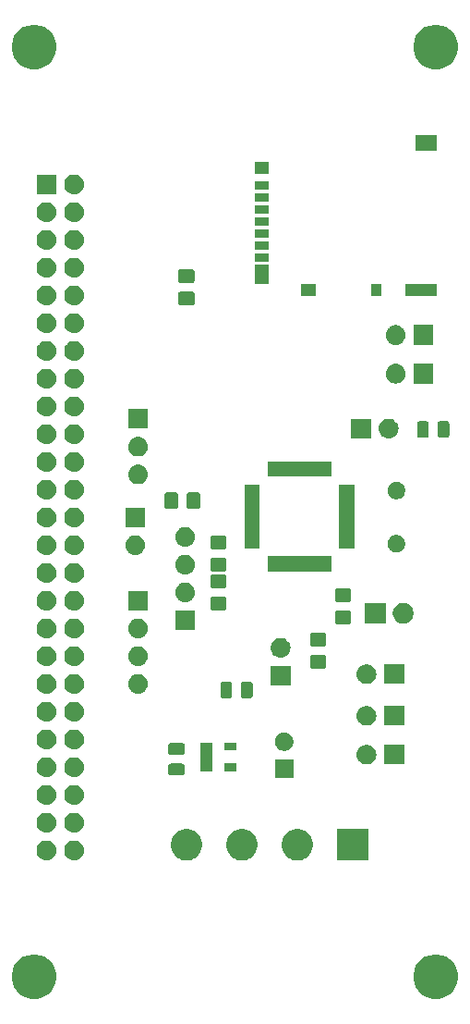
<source format=gbr>
G04 #@! TF.GenerationSoftware,KiCad,Pcbnew,5.0.2-bee76a0~70~ubuntu16.04.1*
G04 #@! TF.CreationDate,2020-12-27T17:10:44+01:00*
G04 #@! TF.ProjectId,STM32SCSISD,53544d33-3253-4435-9349-53442e6b6963,rev?*
G04 #@! TF.SameCoordinates,Original*
G04 #@! TF.FileFunction,Soldermask,Top*
G04 #@! TF.FilePolarity,Negative*
%FSLAX46Y46*%
G04 Gerber Fmt 4.6, Leading zero omitted, Abs format (unit mm)*
G04 Created by KiCad (PCBNEW 5.0.2-bee76a0~70~ubuntu16.04.1) date sön 27 dec 2020 17:10:44*
%MOMM*%
%LPD*%
G01*
G04 APERTURE LIST*
%ADD10C,0.100000*%
G04 APERTURE END LIST*
D10*
G36*
X104103252Y-124392818D02*
X104103254Y-124392819D01*
X104103255Y-124392819D01*
X104476513Y-124547427D01*
X104476514Y-124547428D01*
X104812439Y-124771886D01*
X105098114Y-125057561D01*
X105098116Y-125057564D01*
X105322573Y-125393487D01*
X105477181Y-125766745D01*
X105556000Y-126162994D01*
X105556000Y-126567006D01*
X105477181Y-126963255D01*
X105322573Y-127336513D01*
X105322572Y-127336514D01*
X105098114Y-127672439D01*
X104812439Y-127958114D01*
X104812436Y-127958116D01*
X104476513Y-128182573D01*
X104103255Y-128337181D01*
X104103254Y-128337181D01*
X104103252Y-128337182D01*
X103707007Y-128416000D01*
X103302993Y-128416000D01*
X102906748Y-128337182D01*
X102906746Y-128337181D01*
X102906745Y-128337181D01*
X102533487Y-128182573D01*
X102197564Y-127958116D01*
X102197561Y-127958114D01*
X101911886Y-127672439D01*
X101687428Y-127336514D01*
X101687427Y-127336513D01*
X101532819Y-126963255D01*
X101454000Y-126567006D01*
X101454000Y-126162994D01*
X101532819Y-125766745D01*
X101687427Y-125393487D01*
X101911884Y-125057564D01*
X101911886Y-125057561D01*
X102197561Y-124771886D01*
X102533486Y-124547428D01*
X102533487Y-124547427D01*
X102906745Y-124392819D01*
X102906746Y-124392819D01*
X102906748Y-124392818D01*
X103302993Y-124314000D01*
X103707007Y-124314000D01*
X104103252Y-124392818D01*
X104103252Y-124392818D01*
G37*
G36*
X67273252Y-124392818D02*
X67273254Y-124392819D01*
X67273255Y-124392819D01*
X67646513Y-124547427D01*
X67646514Y-124547428D01*
X67982439Y-124771886D01*
X68268114Y-125057561D01*
X68268116Y-125057564D01*
X68492573Y-125393487D01*
X68647181Y-125766745D01*
X68726000Y-126162994D01*
X68726000Y-126567006D01*
X68647181Y-126963255D01*
X68492573Y-127336513D01*
X68492572Y-127336514D01*
X68268114Y-127672439D01*
X67982439Y-127958114D01*
X67982436Y-127958116D01*
X67646513Y-128182573D01*
X67273255Y-128337181D01*
X67273254Y-128337181D01*
X67273252Y-128337182D01*
X66877007Y-128416000D01*
X66472993Y-128416000D01*
X66076748Y-128337182D01*
X66076746Y-128337181D01*
X66076745Y-128337181D01*
X65703487Y-128182573D01*
X65367564Y-127958116D01*
X65367561Y-127958114D01*
X65081886Y-127672439D01*
X64857428Y-127336514D01*
X64857427Y-127336513D01*
X64702819Y-126963255D01*
X64624000Y-126567006D01*
X64624000Y-126162994D01*
X64702819Y-125766745D01*
X64857427Y-125393487D01*
X65081884Y-125057564D01*
X65081886Y-125057561D01*
X65367561Y-124771886D01*
X65703486Y-124547428D01*
X65703487Y-124547427D01*
X66076745Y-124392819D01*
X66076746Y-124392819D01*
X66076748Y-124392818D01*
X66472993Y-124314000D01*
X66877007Y-124314000D01*
X67273252Y-124392818D01*
X67273252Y-124392818D01*
G37*
G36*
X81065324Y-112914377D02*
X81327568Y-113023002D01*
X81563587Y-113180705D01*
X81764295Y-113381413D01*
X81921998Y-113617432D01*
X82030623Y-113879676D01*
X82086000Y-114158073D01*
X82086000Y-114441927D01*
X82030623Y-114720324D01*
X81921998Y-114982568D01*
X81764295Y-115218587D01*
X81563587Y-115419295D01*
X81327568Y-115576998D01*
X81065324Y-115685623D01*
X80786927Y-115741000D01*
X80503073Y-115741000D01*
X80224676Y-115685623D01*
X79962432Y-115576998D01*
X79726413Y-115419295D01*
X79525705Y-115218587D01*
X79368002Y-114982568D01*
X79259377Y-114720324D01*
X79204000Y-114441927D01*
X79204000Y-114158073D01*
X79259377Y-113879676D01*
X79368002Y-113617432D01*
X79525705Y-113381413D01*
X79726413Y-113180705D01*
X79962432Y-113023002D01*
X80224676Y-112914377D01*
X80503073Y-112859000D01*
X80786927Y-112859000D01*
X81065324Y-112914377D01*
X81065324Y-112914377D01*
G37*
G36*
X86145324Y-112914377D02*
X86407568Y-113023002D01*
X86643587Y-113180705D01*
X86844295Y-113381413D01*
X87001998Y-113617432D01*
X87110623Y-113879676D01*
X87166000Y-114158073D01*
X87166000Y-114441927D01*
X87110623Y-114720324D01*
X87001998Y-114982568D01*
X86844295Y-115218587D01*
X86643587Y-115419295D01*
X86407568Y-115576998D01*
X86145324Y-115685623D01*
X85866927Y-115741000D01*
X85583073Y-115741000D01*
X85304676Y-115685623D01*
X85042432Y-115576998D01*
X84806413Y-115419295D01*
X84605705Y-115218587D01*
X84448002Y-114982568D01*
X84339377Y-114720324D01*
X84284000Y-114441927D01*
X84284000Y-114158073D01*
X84339377Y-113879676D01*
X84448002Y-113617432D01*
X84605705Y-113381413D01*
X84806413Y-113180705D01*
X85042432Y-113023002D01*
X85304676Y-112914377D01*
X85583073Y-112859000D01*
X85866927Y-112859000D01*
X86145324Y-112914377D01*
X86145324Y-112914377D01*
G37*
G36*
X97326000Y-115741000D02*
X94444000Y-115741000D01*
X94444000Y-112859000D01*
X97326000Y-112859000D01*
X97326000Y-115741000D01*
X97326000Y-115741000D01*
G37*
G36*
X91225324Y-112914377D02*
X91487568Y-113023002D01*
X91723587Y-113180705D01*
X91924295Y-113381413D01*
X92081998Y-113617432D01*
X92190623Y-113879676D01*
X92246000Y-114158073D01*
X92246000Y-114441927D01*
X92190623Y-114720324D01*
X92081998Y-114982568D01*
X91924295Y-115218587D01*
X91723587Y-115419295D01*
X91487568Y-115576998D01*
X91225324Y-115685623D01*
X90946927Y-115741000D01*
X90663073Y-115741000D01*
X90384676Y-115685623D01*
X90122432Y-115576998D01*
X89886413Y-115419295D01*
X89685705Y-115218587D01*
X89528002Y-114982568D01*
X89419377Y-114720324D01*
X89364000Y-114441927D01*
X89364000Y-114158073D01*
X89419377Y-113879676D01*
X89528002Y-113617432D01*
X89685705Y-113381413D01*
X89886413Y-113180705D01*
X90122432Y-113023002D01*
X90384676Y-112914377D01*
X90663073Y-112859000D01*
X90946927Y-112859000D01*
X91225324Y-112914377D01*
X91225324Y-112914377D01*
G37*
G36*
X70537294Y-113919333D02*
X70709694Y-113971631D01*
X70709696Y-113971632D01*
X70868583Y-114056559D01*
X70868585Y-114056560D01*
X70868584Y-114056560D01*
X71007849Y-114170851D01*
X71122140Y-114310116D01*
X71207069Y-114469006D01*
X71259367Y-114641406D01*
X71277025Y-114820700D01*
X71259367Y-114999994D01*
X71207069Y-115172394D01*
X71207068Y-115172396D01*
X71122141Y-115331283D01*
X71007849Y-115470549D01*
X70868583Y-115584841D01*
X70709696Y-115669768D01*
X70709694Y-115669769D01*
X70537294Y-115722067D01*
X70402931Y-115735300D01*
X70313069Y-115735300D01*
X70178706Y-115722067D01*
X70006306Y-115669769D01*
X70006304Y-115669768D01*
X69847417Y-115584841D01*
X69708151Y-115470549D01*
X69593859Y-115331283D01*
X69508932Y-115172396D01*
X69508931Y-115172394D01*
X69456633Y-114999994D01*
X69438975Y-114820700D01*
X69456633Y-114641406D01*
X69508931Y-114469006D01*
X69593860Y-114310116D01*
X69708151Y-114170851D01*
X69847416Y-114056560D01*
X69847415Y-114056560D01*
X69847417Y-114056559D01*
X70006304Y-113971632D01*
X70006306Y-113971631D01*
X70178706Y-113919333D01*
X70313069Y-113906100D01*
X70402931Y-113906100D01*
X70537294Y-113919333D01*
X70537294Y-113919333D01*
G37*
G36*
X67997294Y-113919333D02*
X68169694Y-113971631D01*
X68169696Y-113971632D01*
X68328583Y-114056559D01*
X68328585Y-114056560D01*
X68328584Y-114056560D01*
X68467849Y-114170851D01*
X68582140Y-114310116D01*
X68667069Y-114469006D01*
X68719367Y-114641406D01*
X68737025Y-114820700D01*
X68719367Y-114999994D01*
X68667069Y-115172394D01*
X68667068Y-115172396D01*
X68582141Y-115331283D01*
X68467849Y-115470549D01*
X68328583Y-115584841D01*
X68169696Y-115669768D01*
X68169694Y-115669769D01*
X67997294Y-115722067D01*
X67862931Y-115735300D01*
X67773069Y-115735300D01*
X67638706Y-115722067D01*
X67466306Y-115669769D01*
X67466304Y-115669768D01*
X67307417Y-115584841D01*
X67168151Y-115470549D01*
X67053859Y-115331283D01*
X66968932Y-115172396D01*
X66968931Y-115172394D01*
X66916633Y-114999994D01*
X66898975Y-114820700D01*
X66916633Y-114641406D01*
X66968931Y-114469006D01*
X67053860Y-114310116D01*
X67168151Y-114170851D01*
X67307416Y-114056560D01*
X67307415Y-114056560D01*
X67307417Y-114056559D01*
X67466304Y-113971632D01*
X67466306Y-113971631D01*
X67638706Y-113919333D01*
X67773069Y-113906100D01*
X67862931Y-113906100D01*
X67997294Y-113919333D01*
X67997294Y-113919333D01*
G37*
G36*
X70537294Y-111379333D02*
X70709694Y-111431631D01*
X70709696Y-111431632D01*
X70868583Y-111516559D01*
X70868585Y-111516560D01*
X70868584Y-111516560D01*
X71007849Y-111630851D01*
X71122140Y-111770116D01*
X71207069Y-111929006D01*
X71259367Y-112101406D01*
X71277025Y-112280700D01*
X71259367Y-112459994D01*
X71207069Y-112632394D01*
X71207068Y-112632396D01*
X71122141Y-112791283D01*
X71007849Y-112930549D01*
X70868583Y-113044841D01*
X70709696Y-113129768D01*
X70709694Y-113129769D01*
X70537294Y-113182067D01*
X70402931Y-113195300D01*
X70313069Y-113195300D01*
X70178706Y-113182067D01*
X70006306Y-113129769D01*
X70006304Y-113129768D01*
X69847417Y-113044841D01*
X69708151Y-112930549D01*
X69593859Y-112791283D01*
X69508932Y-112632396D01*
X69508931Y-112632394D01*
X69456633Y-112459994D01*
X69438975Y-112280700D01*
X69456633Y-112101406D01*
X69508931Y-111929006D01*
X69593860Y-111770116D01*
X69708151Y-111630851D01*
X69847416Y-111516560D01*
X69847415Y-111516560D01*
X69847417Y-111516559D01*
X70006304Y-111431632D01*
X70006306Y-111431631D01*
X70178706Y-111379333D01*
X70313069Y-111366100D01*
X70402931Y-111366100D01*
X70537294Y-111379333D01*
X70537294Y-111379333D01*
G37*
G36*
X67997294Y-111379333D02*
X68169694Y-111431631D01*
X68169696Y-111431632D01*
X68328583Y-111516559D01*
X68328585Y-111516560D01*
X68328584Y-111516560D01*
X68467849Y-111630851D01*
X68582140Y-111770116D01*
X68667069Y-111929006D01*
X68719367Y-112101406D01*
X68737025Y-112280700D01*
X68719367Y-112459994D01*
X68667069Y-112632394D01*
X68667068Y-112632396D01*
X68582141Y-112791283D01*
X68467849Y-112930549D01*
X68328583Y-113044841D01*
X68169696Y-113129768D01*
X68169694Y-113129769D01*
X67997294Y-113182067D01*
X67862931Y-113195300D01*
X67773069Y-113195300D01*
X67638706Y-113182067D01*
X67466306Y-113129769D01*
X67466304Y-113129768D01*
X67307417Y-113044841D01*
X67168151Y-112930549D01*
X67053859Y-112791283D01*
X66968932Y-112632396D01*
X66968931Y-112632394D01*
X66916633Y-112459994D01*
X66898975Y-112280700D01*
X66916633Y-112101406D01*
X66968931Y-111929006D01*
X67053860Y-111770116D01*
X67168151Y-111630851D01*
X67307416Y-111516560D01*
X67307415Y-111516560D01*
X67307417Y-111516559D01*
X67466304Y-111431632D01*
X67466306Y-111431631D01*
X67638706Y-111379333D01*
X67773069Y-111366100D01*
X67862931Y-111366100D01*
X67997294Y-111379333D01*
X67997294Y-111379333D01*
G37*
G36*
X67997294Y-108839333D02*
X68169694Y-108891631D01*
X68169696Y-108891632D01*
X68328583Y-108976559D01*
X68328585Y-108976560D01*
X68328584Y-108976560D01*
X68467849Y-109090851D01*
X68582140Y-109230116D01*
X68667069Y-109389006D01*
X68719367Y-109561406D01*
X68737025Y-109740700D01*
X68719367Y-109919994D01*
X68667069Y-110092394D01*
X68667068Y-110092396D01*
X68582141Y-110251283D01*
X68467849Y-110390549D01*
X68328583Y-110504841D01*
X68169696Y-110589768D01*
X68169694Y-110589769D01*
X67997294Y-110642067D01*
X67862931Y-110655300D01*
X67773069Y-110655300D01*
X67638706Y-110642067D01*
X67466306Y-110589769D01*
X67466304Y-110589768D01*
X67307417Y-110504841D01*
X67168151Y-110390549D01*
X67053859Y-110251283D01*
X66968932Y-110092396D01*
X66968931Y-110092394D01*
X66916633Y-109919994D01*
X66898975Y-109740700D01*
X66916633Y-109561406D01*
X66968931Y-109389006D01*
X67053860Y-109230116D01*
X67168151Y-109090851D01*
X67307416Y-108976560D01*
X67307415Y-108976560D01*
X67307417Y-108976559D01*
X67466304Y-108891632D01*
X67466306Y-108891631D01*
X67638706Y-108839333D01*
X67773069Y-108826100D01*
X67862931Y-108826100D01*
X67997294Y-108839333D01*
X67997294Y-108839333D01*
G37*
G36*
X70537294Y-108839333D02*
X70709694Y-108891631D01*
X70709696Y-108891632D01*
X70868583Y-108976559D01*
X70868585Y-108976560D01*
X70868584Y-108976560D01*
X71007849Y-109090851D01*
X71122140Y-109230116D01*
X71207069Y-109389006D01*
X71259367Y-109561406D01*
X71277025Y-109740700D01*
X71259367Y-109919994D01*
X71207069Y-110092394D01*
X71207068Y-110092396D01*
X71122141Y-110251283D01*
X71007849Y-110390549D01*
X70868583Y-110504841D01*
X70709696Y-110589768D01*
X70709694Y-110589769D01*
X70537294Y-110642067D01*
X70402931Y-110655300D01*
X70313069Y-110655300D01*
X70178706Y-110642067D01*
X70006306Y-110589769D01*
X70006304Y-110589768D01*
X69847417Y-110504841D01*
X69708151Y-110390549D01*
X69593859Y-110251283D01*
X69508932Y-110092396D01*
X69508931Y-110092394D01*
X69456633Y-109919994D01*
X69438975Y-109740700D01*
X69456633Y-109561406D01*
X69508931Y-109389006D01*
X69593860Y-109230116D01*
X69708151Y-109090851D01*
X69847416Y-108976560D01*
X69847415Y-108976560D01*
X69847417Y-108976559D01*
X70006304Y-108891632D01*
X70006306Y-108891631D01*
X70178706Y-108839333D01*
X70313069Y-108826100D01*
X70402931Y-108826100D01*
X70537294Y-108839333D01*
X70537294Y-108839333D01*
G37*
G36*
X90449500Y-108204100D02*
X88747500Y-108204100D01*
X88747500Y-106502100D01*
X90449500Y-106502100D01*
X90449500Y-108204100D01*
X90449500Y-108204100D01*
G37*
G36*
X67997294Y-106299333D02*
X68169694Y-106351631D01*
X68169696Y-106351632D01*
X68328583Y-106436559D01*
X68467849Y-106550851D01*
X68582141Y-106690117D01*
X68652741Y-106822200D01*
X68667069Y-106849006D01*
X68719367Y-107021406D01*
X68737025Y-107200700D01*
X68719367Y-107379994D01*
X68667069Y-107552394D01*
X68667068Y-107552396D01*
X68582141Y-107711283D01*
X68467849Y-107850549D01*
X68328583Y-107964841D01*
X68169696Y-108049768D01*
X68169694Y-108049769D01*
X67997294Y-108102067D01*
X67862931Y-108115300D01*
X67773069Y-108115300D01*
X67638706Y-108102067D01*
X67466306Y-108049769D01*
X67466304Y-108049768D01*
X67307417Y-107964841D01*
X67168151Y-107850549D01*
X67053859Y-107711283D01*
X66968932Y-107552396D01*
X66968931Y-107552394D01*
X66916633Y-107379994D01*
X66898975Y-107200700D01*
X66916633Y-107021406D01*
X66968931Y-106849006D01*
X66983259Y-106822200D01*
X67053859Y-106690117D01*
X67168151Y-106550851D01*
X67307417Y-106436559D01*
X67466304Y-106351632D01*
X67466306Y-106351631D01*
X67638706Y-106299333D01*
X67773069Y-106286100D01*
X67862931Y-106286100D01*
X67997294Y-106299333D01*
X67997294Y-106299333D01*
G37*
G36*
X70537294Y-106299333D02*
X70709694Y-106351631D01*
X70709696Y-106351632D01*
X70868583Y-106436559D01*
X71007849Y-106550851D01*
X71122141Y-106690117D01*
X71192741Y-106822200D01*
X71207069Y-106849006D01*
X71259367Y-107021406D01*
X71277025Y-107200700D01*
X71259367Y-107379994D01*
X71207069Y-107552394D01*
X71207068Y-107552396D01*
X71122141Y-107711283D01*
X71007849Y-107850549D01*
X70868583Y-107964841D01*
X70709696Y-108049768D01*
X70709694Y-108049769D01*
X70537294Y-108102067D01*
X70402931Y-108115300D01*
X70313069Y-108115300D01*
X70178706Y-108102067D01*
X70006306Y-108049769D01*
X70006304Y-108049768D01*
X69847417Y-107964841D01*
X69708151Y-107850549D01*
X69593859Y-107711283D01*
X69508932Y-107552396D01*
X69508931Y-107552394D01*
X69456633Y-107379994D01*
X69438975Y-107200700D01*
X69456633Y-107021406D01*
X69508931Y-106849006D01*
X69523259Y-106822200D01*
X69593859Y-106690117D01*
X69708151Y-106550851D01*
X69847417Y-106436559D01*
X70006304Y-106351632D01*
X70006306Y-106351631D01*
X70178706Y-106299333D01*
X70313069Y-106286100D01*
X70402931Y-106286100D01*
X70537294Y-106299333D01*
X70537294Y-106299333D01*
G37*
G36*
X80315066Y-106867665D02*
X80353737Y-106879396D01*
X80389379Y-106898448D01*
X80420617Y-106924083D01*
X80446252Y-106955321D01*
X80465304Y-106990963D01*
X80477035Y-107029634D01*
X80481600Y-107075988D01*
X80481600Y-107727212D01*
X80477035Y-107773566D01*
X80465304Y-107812237D01*
X80446252Y-107847879D01*
X80420617Y-107879117D01*
X80389379Y-107904752D01*
X80353737Y-107923804D01*
X80315066Y-107935535D01*
X80268712Y-107940100D01*
X79192488Y-107940100D01*
X79146134Y-107935535D01*
X79107463Y-107923804D01*
X79071821Y-107904752D01*
X79040583Y-107879117D01*
X79014948Y-107847879D01*
X78995896Y-107812237D01*
X78984165Y-107773566D01*
X78979600Y-107727212D01*
X78979600Y-107075988D01*
X78984165Y-107029634D01*
X78995896Y-106990963D01*
X79014948Y-106955321D01*
X79040583Y-106924083D01*
X79071821Y-106898448D01*
X79107463Y-106879396D01*
X79146134Y-106867665D01*
X79192488Y-106863100D01*
X80268712Y-106863100D01*
X80315066Y-106867665D01*
X80315066Y-106867665D01*
G37*
G36*
X83047000Y-107574200D02*
X81885000Y-107574200D01*
X81885000Y-104922200D01*
X83047000Y-104922200D01*
X83047000Y-107574200D01*
X83047000Y-107574200D01*
G37*
G36*
X85247000Y-107574200D02*
X84085000Y-107574200D01*
X84085000Y-106822200D01*
X85247000Y-106822200D01*
X85247000Y-107574200D01*
X85247000Y-107574200D01*
G37*
G36*
X100596000Y-106946000D02*
X98794000Y-106946000D01*
X98794000Y-105144000D01*
X100596000Y-105144000D01*
X100596000Y-106946000D01*
X100596000Y-106946000D01*
G37*
G36*
X97265443Y-105150519D02*
X97331627Y-105157037D01*
X97444853Y-105191384D01*
X97501467Y-105208557D01*
X97590599Y-105256200D01*
X97657991Y-105292222D01*
X97680322Y-105310549D01*
X97795186Y-105404814D01*
X97878448Y-105506271D01*
X97907778Y-105542009D01*
X97907779Y-105542011D01*
X97991443Y-105698533D01*
X98008616Y-105755147D01*
X98042963Y-105868373D01*
X98060359Y-106045000D01*
X98042963Y-106221627D01*
X98023405Y-106286100D01*
X97991443Y-106391467D01*
X97917348Y-106530087D01*
X97907778Y-106547991D01*
X97878448Y-106583729D01*
X97795186Y-106685186D01*
X97693729Y-106768448D01*
X97657991Y-106797778D01*
X97657989Y-106797779D01*
X97501467Y-106881443D01*
X97445408Y-106898448D01*
X97331627Y-106932963D01*
X97265442Y-106939482D01*
X97199260Y-106946000D01*
X97110740Y-106946000D01*
X97044558Y-106939482D01*
X96978373Y-106932963D01*
X96864592Y-106898448D01*
X96808533Y-106881443D01*
X96652011Y-106797779D01*
X96652009Y-106797778D01*
X96616271Y-106768448D01*
X96514814Y-106685186D01*
X96431552Y-106583729D01*
X96402222Y-106547991D01*
X96392652Y-106530087D01*
X96318557Y-106391467D01*
X96286595Y-106286100D01*
X96267037Y-106221627D01*
X96249641Y-106045000D01*
X96267037Y-105868373D01*
X96301384Y-105755147D01*
X96318557Y-105698533D01*
X96402221Y-105542011D01*
X96402222Y-105542009D01*
X96431552Y-105506271D01*
X96514814Y-105404814D01*
X96629678Y-105310549D01*
X96652009Y-105292222D01*
X96719401Y-105256200D01*
X96808533Y-105208557D01*
X96865147Y-105191384D01*
X96978373Y-105157037D01*
X97044558Y-105150518D01*
X97110740Y-105144000D01*
X97199260Y-105144000D01*
X97265443Y-105150519D01*
X97265443Y-105150519D01*
G37*
G36*
X80315066Y-104992665D02*
X80353737Y-105004396D01*
X80389379Y-105023448D01*
X80420617Y-105049083D01*
X80446252Y-105080321D01*
X80465304Y-105115963D01*
X80477035Y-105154634D01*
X80481600Y-105200988D01*
X80481600Y-105852212D01*
X80477035Y-105898566D01*
X80465304Y-105937237D01*
X80446252Y-105972879D01*
X80420617Y-106004117D01*
X80389379Y-106029752D01*
X80353737Y-106048804D01*
X80315066Y-106060535D01*
X80268712Y-106065100D01*
X79192488Y-106065100D01*
X79146134Y-106060535D01*
X79107463Y-106048804D01*
X79071821Y-106029752D01*
X79040583Y-106004117D01*
X79014948Y-105972879D01*
X78995896Y-105937237D01*
X78984165Y-105898566D01*
X78979600Y-105852212D01*
X78979600Y-105200988D01*
X78984165Y-105154634D01*
X78995896Y-105115963D01*
X79014948Y-105080321D01*
X79040583Y-105049083D01*
X79071821Y-105023448D01*
X79107463Y-105004396D01*
X79146134Y-104992665D01*
X79192488Y-104988100D01*
X80268712Y-104988100D01*
X80315066Y-104992665D01*
X80315066Y-104992665D01*
G37*
G36*
X89846728Y-104034803D02*
X90001600Y-104098953D01*
X90140981Y-104192085D01*
X90259515Y-104310619D01*
X90352647Y-104450000D01*
X90416797Y-104604872D01*
X90449500Y-104769284D01*
X90449500Y-104936916D01*
X90416797Y-105101328D01*
X90352647Y-105256200D01*
X90259515Y-105395581D01*
X90140981Y-105514115D01*
X90001600Y-105607247D01*
X89846728Y-105671397D01*
X89682316Y-105704100D01*
X89514684Y-105704100D01*
X89350272Y-105671397D01*
X89195400Y-105607247D01*
X89056019Y-105514115D01*
X88937485Y-105395581D01*
X88844353Y-105256200D01*
X88780203Y-105101328D01*
X88747500Y-104936916D01*
X88747500Y-104769284D01*
X88780203Y-104604872D01*
X88844353Y-104450000D01*
X88937485Y-104310619D01*
X89056019Y-104192085D01*
X89195400Y-104098953D01*
X89350272Y-104034803D01*
X89514684Y-104002100D01*
X89682316Y-104002100D01*
X89846728Y-104034803D01*
X89846728Y-104034803D01*
G37*
G36*
X85247000Y-105674200D02*
X84085000Y-105674200D01*
X84085000Y-104922200D01*
X85247000Y-104922200D01*
X85247000Y-105674200D01*
X85247000Y-105674200D01*
G37*
G36*
X67997294Y-103759333D02*
X68169694Y-103811631D01*
X68169696Y-103811632D01*
X68328583Y-103896559D01*
X68328585Y-103896560D01*
X68328584Y-103896560D01*
X68467849Y-104010851D01*
X68582140Y-104150116D01*
X68667069Y-104309006D01*
X68719367Y-104481406D01*
X68737025Y-104660700D01*
X68719367Y-104839994D01*
X68672869Y-104993274D01*
X68667068Y-105012396D01*
X68582141Y-105171283D01*
X68467849Y-105310549D01*
X68328583Y-105424841D01*
X68169696Y-105509768D01*
X68169694Y-105509769D01*
X67997294Y-105562067D01*
X67862931Y-105575300D01*
X67773069Y-105575300D01*
X67638706Y-105562067D01*
X67466306Y-105509769D01*
X67466304Y-105509768D01*
X67307417Y-105424841D01*
X67168151Y-105310549D01*
X67053859Y-105171283D01*
X66968932Y-105012396D01*
X66963131Y-104993274D01*
X66916633Y-104839994D01*
X66898975Y-104660700D01*
X66916633Y-104481406D01*
X66968931Y-104309006D01*
X67053860Y-104150116D01*
X67168151Y-104010851D01*
X67307416Y-103896560D01*
X67307415Y-103896560D01*
X67307417Y-103896559D01*
X67466304Y-103811632D01*
X67466306Y-103811631D01*
X67638706Y-103759333D01*
X67773069Y-103746100D01*
X67862931Y-103746100D01*
X67997294Y-103759333D01*
X67997294Y-103759333D01*
G37*
G36*
X70537294Y-103759333D02*
X70709694Y-103811631D01*
X70709696Y-103811632D01*
X70868583Y-103896559D01*
X70868585Y-103896560D01*
X70868584Y-103896560D01*
X71007849Y-104010851D01*
X71122140Y-104150116D01*
X71207069Y-104309006D01*
X71259367Y-104481406D01*
X71277025Y-104660700D01*
X71259367Y-104839994D01*
X71212869Y-104993274D01*
X71207068Y-105012396D01*
X71122141Y-105171283D01*
X71007849Y-105310549D01*
X70868583Y-105424841D01*
X70709696Y-105509768D01*
X70709694Y-105509769D01*
X70537294Y-105562067D01*
X70402931Y-105575300D01*
X70313069Y-105575300D01*
X70178706Y-105562067D01*
X70006306Y-105509769D01*
X70006304Y-105509768D01*
X69847417Y-105424841D01*
X69708151Y-105310549D01*
X69593859Y-105171283D01*
X69508932Y-105012396D01*
X69503131Y-104993274D01*
X69456633Y-104839994D01*
X69438975Y-104660700D01*
X69456633Y-104481406D01*
X69508931Y-104309006D01*
X69593860Y-104150116D01*
X69708151Y-104010851D01*
X69847416Y-103896560D01*
X69847415Y-103896560D01*
X69847417Y-103896559D01*
X70006304Y-103811632D01*
X70006306Y-103811631D01*
X70178706Y-103759333D01*
X70313069Y-103746100D01*
X70402931Y-103746100D01*
X70537294Y-103759333D01*
X70537294Y-103759333D01*
G37*
G36*
X100596000Y-103390000D02*
X98794000Y-103390000D01*
X98794000Y-101588000D01*
X100596000Y-101588000D01*
X100596000Y-103390000D01*
X100596000Y-103390000D01*
G37*
G36*
X97265443Y-101594519D02*
X97331627Y-101601037D01*
X97444853Y-101635384D01*
X97501467Y-101652557D01*
X97640087Y-101726652D01*
X97657991Y-101736222D01*
X97693729Y-101765552D01*
X97795186Y-101848814D01*
X97871173Y-101941406D01*
X97907778Y-101986009D01*
X97907779Y-101986011D01*
X97991443Y-102142533D01*
X97991443Y-102142534D01*
X98042963Y-102312373D01*
X98060359Y-102489000D01*
X98042963Y-102665627D01*
X98011135Y-102770549D01*
X97991443Y-102835467D01*
X97919657Y-102969768D01*
X97907778Y-102991991D01*
X97883096Y-103022066D01*
X97795186Y-103129186D01*
X97693729Y-103212448D01*
X97657991Y-103241778D01*
X97657989Y-103241779D01*
X97501467Y-103325443D01*
X97444853Y-103342616D01*
X97331627Y-103376963D01*
X97265443Y-103383481D01*
X97199260Y-103390000D01*
X97110740Y-103390000D01*
X97044557Y-103383481D01*
X96978373Y-103376963D01*
X96865147Y-103342616D01*
X96808533Y-103325443D01*
X96652011Y-103241779D01*
X96652009Y-103241778D01*
X96616271Y-103212448D01*
X96514814Y-103129186D01*
X96426904Y-103022066D01*
X96402222Y-102991991D01*
X96390343Y-102969768D01*
X96318557Y-102835467D01*
X96298865Y-102770549D01*
X96267037Y-102665627D01*
X96249641Y-102489000D01*
X96267037Y-102312373D01*
X96318557Y-102142534D01*
X96318557Y-102142533D01*
X96402221Y-101986011D01*
X96402222Y-101986009D01*
X96438827Y-101941406D01*
X96514814Y-101848814D01*
X96616271Y-101765552D01*
X96652009Y-101736222D01*
X96669913Y-101726652D01*
X96808533Y-101652557D01*
X96865147Y-101635384D01*
X96978373Y-101601037D01*
X97044557Y-101594519D01*
X97110740Y-101588000D01*
X97199260Y-101588000D01*
X97265443Y-101594519D01*
X97265443Y-101594519D01*
G37*
G36*
X70537294Y-101219333D02*
X70709694Y-101271631D01*
X70709696Y-101271632D01*
X70868583Y-101356559D01*
X71007849Y-101470851D01*
X71122141Y-101610117D01*
X71207068Y-101769004D01*
X71207069Y-101769006D01*
X71259367Y-101941406D01*
X71277025Y-102120700D01*
X71259367Y-102299994D01*
X71207069Y-102472394D01*
X71207068Y-102472396D01*
X71122141Y-102631283D01*
X71007849Y-102770549D01*
X70868583Y-102884841D01*
X70709696Y-102969768D01*
X70709694Y-102969769D01*
X70537294Y-103022067D01*
X70402931Y-103035300D01*
X70313069Y-103035300D01*
X70178706Y-103022067D01*
X70006306Y-102969769D01*
X70006304Y-102969768D01*
X69847417Y-102884841D01*
X69708151Y-102770549D01*
X69593859Y-102631283D01*
X69508932Y-102472396D01*
X69508931Y-102472394D01*
X69456633Y-102299994D01*
X69438975Y-102120700D01*
X69456633Y-101941406D01*
X69508931Y-101769006D01*
X69508932Y-101769004D01*
X69593859Y-101610117D01*
X69708151Y-101470851D01*
X69847417Y-101356559D01*
X70006304Y-101271632D01*
X70006306Y-101271631D01*
X70178706Y-101219333D01*
X70313069Y-101206100D01*
X70402931Y-101206100D01*
X70537294Y-101219333D01*
X70537294Y-101219333D01*
G37*
G36*
X67997294Y-101219333D02*
X68169694Y-101271631D01*
X68169696Y-101271632D01*
X68328583Y-101356559D01*
X68467849Y-101470851D01*
X68582141Y-101610117D01*
X68667068Y-101769004D01*
X68667069Y-101769006D01*
X68719367Y-101941406D01*
X68737025Y-102120700D01*
X68719367Y-102299994D01*
X68667069Y-102472394D01*
X68667068Y-102472396D01*
X68582141Y-102631283D01*
X68467849Y-102770549D01*
X68328583Y-102884841D01*
X68169696Y-102969768D01*
X68169694Y-102969769D01*
X67997294Y-103022067D01*
X67862931Y-103035300D01*
X67773069Y-103035300D01*
X67638706Y-103022067D01*
X67466306Y-102969769D01*
X67466304Y-102969768D01*
X67307417Y-102884841D01*
X67168151Y-102770549D01*
X67053859Y-102631283D01*
X66968932Y-102472396D01*
X66968931Y-102472394D01*
X66916633Y-102299994D01*
X66898975Y-102120700D01*
X66916633Y-101941406D01*
X66968931Y-101769006D01*
X66968932Y-101769004D01*
X67053859Y-101610117D01*
X67168151Y-101470851D01*
X67307417Y-101356559D01*
X67466304Y-101271632D01*
X67466306Y-101271631D01*
X67638706Y-101219333D01*
X67773069Y-101206100D01*
X67862931Y-101206100D01*
X67997294Y-101219333D01*
X67997294Y-101219333D01*
G37*
G36*
X84664166Y-99367665D02*
X84702837Y-99379396D01*
X84738479Y-99398448D01*
X84769717Y-99424083D01*
X84795352Y-99455321D01*
X84814404Y-99490963D01*
X84826135Y-99529634D01*
X84830700Y-99575988D01*
X84830700Y-100652212D01*
X84826135Y-100698566D01*
X84814404Y-100737237D01*
X84795352Y-100772879D01*
X84769717Y-100804117D01*
X84738479Y-100829752D01*
X84702837Y-100848804D01*
X84664166Y-100860535D01*
X84617812Y-100865100D01*
X83966588Y-100865100D01*
X83920234Y-100860535D01*
X83881563Y-100848804D01*
X83845921Y-100829752D01*
X83814683Y-100804117D01*
X83789048Y-100772879D01*
X83769996Y-100737237D01*
X83758265Y-100698566D01*
X83753700Y-100652212D01*
X83753700Y-99575988D01*
X83758265Y-99529634D01*
X83769996Y-99490963D01*
X83789048Y-99455321D01*
X83814683Y-99424083D01*
X83845921Y-99398448D01*
X83881563Y-99379396D01*
X83920234Y-99367665D01*
X83966588Y-99363100D01*
X84617812Y-99363100D01*
X84664166Y-99367665D01*
X84664166Y-99367665D01*
G37*
G36*
X86539166Y-99367665D02*
X86577837Y-99379396D01*
X86613479Y-99398448D01*
X86644717Y-99424083D01*
X86670352Y-99455321D01*
X86689404Y-99490963D01*
X86701135Y-99529634D01*
X86705700Y-99575988D01*
X86705700Y-100652212D01*
X86701135Y-100698566D01*
X86689404Y-100737237D01*
X86670352Y-100772879D01*
X86644717Y-100804117D01*
X86613479Y-100829752D01*
X86577837Y-100848804D01*
X86539166Y-100860535D01*
X86492812Y-100865100D01*
X85841588Y-100865100D01*
X85795234Y-100860535D01*
X85756563Y-100848804D01*
X85720921Y-100829752D01*
X85689683Y-100804117D01*
X85664048Y-100772879D01*
X85644996Y-100737237D01*
X85633265Y-100698566D01*
X85628700Y-100652212D01*
X85628700Y-99575988D01*
X85633265Y-99529634D01*
X85644996Y-99490963D01*
X85664048Y-99455321D01*
X85689683Y-99424083D01*
X85720921Y-99398448D01*
X85756563Y-99379396D01*
X85795234Y-99367665D01*
X85841588Y-99363100D01*
X86492812Y-99363100D01*
X86539166Y-99367665D01*
X86539166Y-99367665D01*
G37*
G36*
X70537294Y-98679333D02*
X70709694Y-98731631D01*
X70709696Y-98731632D01*
X70868583Y-98816559D01*
X71007849Y-98930851D01*
X71117951Y-99065011D01*
X71122140Y-99070116D01*
X71207069Y-99229006D01*
X71259367Y-99401406D01*
X71277025Y-99580700D01*
X71259367Y-99759994D01*
X71212507Y-99914467D01*
X71207068Y-99932396D01*
X71122141Y-100091283D01*
X71007849Y-100230549D01*
X70868583Y-100344841D01*
X70709696Y-100429768D01*
X70709694Y-100429769D01*
X70537294Y-100482067D01*
X70402931Y-100495300D01*
X70313069Y-100495300D01*
X70178706Y-100482067D01*
X70006306Y-100429769D01*
X70006304Y-100429768D01*
X69847417Y-100344841D01*
X69708151Y-100230549D01*
X69593859Y-100091283D01*
X69508932Y-99932396D01*
X69503493Y-99914467D01*
X69456633Y-99759994D01*
X69438975Y-99580700D01*
X69456633Y-99401406D01*
X69508931Y-99229006D01*
X69593860Y-99070116D01*
X69598050Y-99065011D01*
X69708151Y-98930851D01*
X69847417Y-98816559D01*
X70006304Y-98731632D01*
X70006306Y-98731631D01*
X70178706Y-98679333D01*
X70313069Y-98666100D01*
X70402931Y-98666100D01*
X70537294Y-98679333D01*
X70537294Y-98679333D01*
G37*
G36*
X67997294Y-98679333D02*
X68169694Y-98731631D01*
X68169696Y-98731632D01*
X68328583Y-98816559D01*
X68467849Y-98930851D01*
X68577951Y-99065011D01*
X68582140Y-99070116D01*
X68667069Y-99229006D01*
X68719367Y-99401406D01*
X68737025Y-99580700D01*
X68719367Y-99759994D01*
X68672507Y-99914467D01*
X68667068Y-99932396D01*
X68582141Y-100091283D01*
X68467849Y-100230549D01*
X68328583Y-100344841D01*
X68169696Y-100429768D01*
X68169694Y-100429769D01*
X67997294Y-100482067D01*
X67862931Y-100495300D01*
X67773069Y-100495300D01*
X67638706Y-100482067D01*
X67466306Y-100429769D01*
X67466304Y-100429768D01*
X67307417Y-100344841D01*
X67168151Y-100230549D01*
X67053859Y-100091283D01*
X66968932Y-99932396D01*
X66963493Y-99914467D01*
X66916633Y-99759994D01*
X66898975Y-99580700D01*
X66916633Y-99401406D01*
X66968931Y-99229006D01*
X67053860Y-99070116D01*
X67058050Y-99065011D01*
X67168151Y-98930851D01*
X67307417Y-98816559D01*
X67466304Y-98731632D01*
X67466306Y-98731631D01*
X67638706Y-98679333D01*
X67773069Y-98666100D01*
X67862931Y-98666100D01*
X67997294Y-98679333D01*
X67997294Y-98679333D01*
G37*
G36*
X76310442Y-98673518D02*
X76376627Y-98680037D01*
X76489853Y-98714384D01*
X76546467Y-98731557D01*
X76685087Y-98805652D01*
X76702991Y-98815222D01*
X76704621Y-98816560D01*
X76840186Y-98927814D01*
X76923448Y-99029271D01*
X76952778Y-99065009D01*
X76952779Y-99065011D01*
X77036443Y-99221533D01*
X77036443Y-99221534D01*
X77087963Y-99391373D01*
X77105359Y-99568000D01*
X77087963Y-99744627D01*
X77083301Y-99759994D01*
X77036443Y-99914467D01*
X76962348Y-100053087D01*
X76952778Y-100070991D01*
X76936124Y-100091284D01*
X76840186Y-100208186D01*
X76738729Y-100291448D01*
X76702991Y-100320778D01*
X76702989Y-100320779D01*
X76546467Y-100404443D01*
X76489853Y-100421616D01*
X76376627Y-100455963D01*
X76310442Y-100462482D01*
X76244260Y-100469000D01*
X76155740Y-100469000D01*
X76089557Y-100462481D01*
X76023373Y-100455963D01*
X75910147Y-100421616D01*
X75853533Y-100404443D01*
X75697011Y-100320779D01*
X75697009Y-100320778D01*
X75661271Y-100291448D01*
X75559814Y-100208186D01*
X75463876Y-100091284D01*
X75447222Y-100070991D01*
X75437652Y-100053087D01*
X75363557Y-99914467D01*
X75316699Y-99759994D01*
X75312037Y-99744627D01*
X75294641Y-99568000D01*
X75312037Y-99391373D01*
X75363557Y-99221534D01*
X75363557Y-99221533D01*
X75447221Y-99065011D01*
X75447222Y-99065009D01*
X75476552Y-99029271D01*
X75559814Y-98927814D01*
X75695379Y-98816560D01*
X75697009Y-98815222D01*
X75714913Y-98805652D01*
X75853533Y-98731557D01*
X75910147Y-98714384D01*
X76023373Y-98680037D01*
X76089558Y-98673518D01*
X76155740Y-98667000D01*
X76244260Y-98667000D01*
X76310442Y-98673518D01*
X76310442Y-98673518D01*
G37*
G36*
X90182000Y-99694300D02*
X88380000Y-99694300D01*
X88380000Y-97892300D01*
X90182000Y-97892300D01*
X90182000Y-99694300D01*
X90182000Y-99694300D01*
G37*
G36*
X100596000Y-99580000D02*
X98794000Y-99580000D01*
X98794000Y-97778000D01*
X100596000Y-97778000D01*
X100596000Y-99580000D01*
X100596000Y-99580000D01*
G37*
G36*
X97265442Y-97784518D02*
X97331627Y-97791037D01*
X97444853Y-97825384D01*
X97501467Y-97842557D01*
X97542412Y-97864443D01*
X97657991Y-97926222D01*
X97677298Y-97942067D01*
X97795186Y-98038814D01*
X97878448Y-98140271D01*
X97907778Y-98176009D01*
X97907779Y-98176011D01*
X97991443Y-98332533D01*
X97991443Y-98332534D01*
X98042963Y-98502373D01*
X98060359Y-98679000D01*
X98042963Y-98855627D01*
X98021065Y-98927814D01*
X97991443Y-99025467D01*
X97917348Y-99164087D01*
X97907778Y-99181991D01*
X97878448Y-99217729D01*
X97795186Y-99319186D01*
X97694999Y-99401406D01*
X97657991Y-99431778D01*
X97657989Y-99431779D01*
X97501467Y-99515443D01*
X97444853Y-99532616D01*
X97331627Y-99566963D01*
X97265443Y-99573481D01*
X97199260Y-99580000D01*
X97110740Y-99580000D01*
X97044558Y-99573482D01*
X96978373Y-99566963D01*
X96865147Y-99532616D01*
X96808533Y-99515443D01*
X96652011Y-99431779D01*
X96652009Y-99431778D01*
X96615001Y-99401406D01*
X96514814Y-99319186D01*
X96431552Y-99217729D01*
X96402222Y-99181991D01*
X96392652Y-99164087D01*
X96318557Y-99025467D01*
X96288935Y-98927814D01*
X96267037Y-98855627D01*
X96249641Y-98679000D01*
X96267037Y-98502373D01*
X96318557Y-98332534D01*
X96318557Y-98332533D01*
X96402221Y-98176011D01*
X96402222Y-98176009D01*
X96431552Y-98140271D01*
X96514814Y-98038814D01*
X96632702Y-97942067D01*
X96652009Y-97926222D01*
X96767588Y-97864443D01*
X96808533Y-97842557D01*
X96865147Y-97825384D01*
X96978373Y-97791037D01*
X97044557Y-97784519D01*
X97110740Y-97778000D01*
X97199260Y-97778000D01*
X97265442Y-97784518D01*
X97265442Y-97784518D01*
G37*
G36*
X93298677Y-96923465D02*
X93336364Y-96934898D01*
X93371103Y-96953466D01*
X93401548Y-96978452D01*
X93426534Y-97008897D01*
X93445102Y-97043636D01*
X93456535Y-97081323D01*
X93461000Y-97126661D01*
X93461000Y-97963339D01*
X93456535Y-98008677D01*
X93445102Y-98046364D01*
X93426534Y-98081103D01*
X93401548Y-98111548D01*
X93371103Y-98136534D01*
X93336364Y-98155102D01*
X93298677Y-98166535D01*
X93253339Y-98171000D01*
X92166661Y-98171000D01*
X92121323Y-98166535D01*
X92083636Y-98155102D01*
X92048897Y-98136534D01*
X92018452Y-98111548D01*
X91993466Y-98081103D01*
X91974898Y-98046364D01*
X91963465Y-98008677D01*
X91959000Y-97963339D01*
X91959000Y-97126661D01*
X91963465Y-97081323D01*
X91974898Y-97043636D01*
X91993466Y-97008897D01*
X92018452Y-96978452D01*
X92048897Y-96953466D01*
X92083636Y-96934898D01*
X92121323Y-96923465D01*
X92166661Y-96919000D01*
X93253339Y-96919000D01*
X93298677Y-96923465D01*
X93298677Y-96923465D01*
G37*
G36*
X67997294Y-96139333D02*
X68169694Y-96191631D01*
X68169696Y-96191632D01*
X68328583Y-96276559D01*
X68467849Y-96390851D01*
X68582141Y-96530117D01*
X68663075Y-96681533D01*
X68667069Y-96689006D01*
X68719367Y-96861406D01*
X68737025Y-97040700D01*
X68719367Y-97219994D01*
X68672507Y-97374467D01*
X68667068Y-97392396D01*
X68582141Y-97551283D01*
X68467849Y-97690549D01*
X68328583Y-97804841D01*
X68169696Y-97889768D01*
X68169694Y-97889769D01*
X67997294Y-97942067D01*
X67862931Y-97955300D01*
X67773069Y-97955300D01*
X67638706Y-97942067D01*
X67466306Y-97889769D01*
X67466304Y-97889768D01*
X67307417Y-97804841D01*
X67168151Y-97690549D01*
X67053859Y-97551283D01*
X66968932Y-97392396D01*
X66963493Y-97374467D01*
X66916633Y-97219994D01*
X66898975Y-97040700D01*
X66916633Y-96861406D01*
X66968931Y-96689006D01*
X66972925Y-96681533D01*
X67053859Y-96530117D01*
X67168151Y-96390851D01*
X67307417Y-96276559D01*
X67466304Y-96191632D01*
X67466306Y-96191631D01*
X67638706Y-96139333D01*
X67773069Y-96126100D01*
X67862931Y-96126100D01*
X67997294Y-96139333D01*
X67997294Y-96139333D01*
G37*
G36*
X70537294Y-96139333D02*
X70709694Y-96191631D01*
X70709696Y-96191632D01*
X70868583Y-96276559D01*
X71007849Y-96390851D01*
X71122141Y-96530117D01*
X71203075Y-96681533D01*
X71207069Y-96689006D01*
X71259367Y-96861406D01*
X71277025Y-97040700D01*
X71259367Y-97219994D01*
X71212507Y-97374467D01*
X71207068Y-97392396D01*
X71122141Y-97551283D01*
X71007849Y-97690549D01*
X70868583Y-97804841D01*
X70709696Y-97889768D01*
X70709694Y-97889769D01*
X70537294Y-97942067D01*
X70402931Y-97955300D01*
X70313069Y-97955300D01*
X70178706Y-97942067D01*
X70006306Y-97889769D01*
X70006304Y-97889768D01*
X69847417Y-97804841D01*
X69708151Y-97690549D01*
X69593859Y-97551283D01*
X69508932Y-97392396D01*
X69503493Y-97374467D01*
X69456633Y-97219994D01*
X69438975Y-97040700D01*
X69456633Y-96861406D01*
X69508931Y-96689006D01*
X69512925Y-96681533D01*
X69593859Y-96530117D01*
X69708151Y-96390851D01*
X69847417Y-96276559D01*
X70006304Y-96191632D01*
X70006306Y-96191631D01*
X70178706Y-96139333D01*
X70313069Y-96126100D01*
X70402931Y-96126100D01*
X70537294Y-96139333D01*
X70537294Y-96139333D01*
G37*
G36*
X76310443Y-96133519D02*
X76376627Y-96140037D01*
X76489853Y-96174384D01*
X76546467Y-96191557D01*
X76661978Y-96253300D01*
X76702991Y-96275222D01*
X76704621Y-96276560D01*
X76840186Y-96387814D01*
X76923448Y-96489271D01*
X76952778Y-96525009D01*
X76952779Y-96525011D01*
X77036443Y-96681533D01*
X77036443Y-96681534D01*
X77087963Y-96851373D01*
X77105359Y-97028000D01*
X77087963Y-97204627D01*
X77083301Y-97219994D01*
X77036443Y-97374467D01*
X76962348Y-97513087D01*
X76952778Y-97530991D01*
X76936124Y-97551284D01*
X76840186Y-97668186D01*
X76738729Y-97751448D01*
X76702991Y-97780778D01*
X76702989Y-97780779D01*
X76546467Y-97864443D01*
X76489853Y-97881616D01*
X76376627Y-97915963D01*
X76310442Y-97922482D01*
X76244260Y-97929000D01*
X76155740Y-97929000D01*
X76089558Y-97922482D01*
X76023373Y-97915963D01*
X75910147Y-97881616D01*
X75853533Y-97864443D01*
X75697011Y-97780779D01*
X75697009Y-97780778D01*
X75661271Y-97751448D01*
X75559814Y-97668186D01*
X75463876Y-97551284D01*
X75447222Y-97530991D01*
X75437652Y-97513087D01*
X75363557Y-97374467D01*
X75316699Y-97219994D01*
X75312037Y-97204627D01*
X75294641Y-97028000D01*
X75312037Y-96851373D01*
X75363557Y-96681534D01*
X75363557Y-96681533D01*
X75447221Y-96525011D01*
X75447222Y-96525009D01*
X75476552Y-96489271D01*
X75559814Y-96387814D01*
X75695379Y-96276560D01*
X75697009Y-96275222D01*
X75738022Y-96253300D01*
X75853533Y-96191557D01*
X75910147Y-96174384D01*
X76023373Y-96140037D01*
X76089557Y-96133519D01*
X76155740Y-96127000D01*
X76244260Y-96127000D01*
X76310443Y-96133519D01*
X76310443Y-96133519D01*
G37*
G36*
X89391442Y-95358818D02*
X89457627Y-95365337D01*
X89570853Y-95399684D01*
X89627467Y-95416857D01*
X89766087Y-95490952D01*
X89783991Y-95500522D01*
X89819729Y-95529852D01*
X89921186Y-95613114D01*
X90004448Y-95714571D01*
X90033778Y-95750309D01*
X90033779Y-95750311D01*
X90117443Y-95906833D01*
X90131442Y-95952983D01*
X90168963Y-96076673D01*
X90186359Y-96253300D01*
X90168963Y-96429927D01*
X90140120Y-96525009D01*
X90117443Y-96599767D01*
X90073737Y-96681534D01*
X90033778Y-96756291D01*
X90004448Y-96792029D01*
X89921186Y-96893486D01*
X89834204Y-96964869D01*
X89783991Y-97006078D01*
X89783989Y-97006079D01*
X89627467Y-97089743D01*
X89570853Y-97106916D01*
X89457627Y-97141263D01*
X89391443Y-97147781D01*
X89325260Y-97154300D01*
X89236740Y-97154300D01*
X89170557Y-97147781D01*
X89104373Y-97141263D01*
X88991147Y-97106916D01*
X88934533Y-97089743D01*
X88778011Y-97006079D01*
X88778009Y-97006078D01*
X88727796Y-96964869D01*
X88640814Y-96893486D01*
X88557552Y-96792029D01*
X88528222Y-96756291D01*
X88488263Y-96681534D01*
X88444557Y-96599767D01*
X88421880Y-96525009D01*
X88393037Y-96429927D01*
X88375641Y-96253300D01*
X88393037Y-96076673D01*
X88430558Y-95952983D01*
X88444557Y-95906833D01*
X88528221Y-95750311D01*
X88528222Y-95750309D01*
X88557552Y-95714571D01*
X88640814Y-95613114D01*
X88742271Y-95529852D01*
X88778009Y-95500522D01*
X88795913Y-95490952D01*
X88934533Y-95416857D01*
X88991147Y-95399684D01*
X89104373Y-95365337D01*
X89170558Y-95358818D01*
X89236740Y-95352300D01*
X89325260Y-95352300D01*
X89391442Y-95358818D01*
X89391442Y-95358818D01*
G37*
G36*
X93298677Y-94873465D02*
X93336364Y-94884898D01*
X93371103Y-94903466D01*
X93401548Y-94928452D01*
X93426534Y-94958897D01*
X93445102Y-94993636D01*
X93456535Y-95031323D01*
X93461000Y-95076661D01*
X93461000Y-95913339D01*
X93456535Y-95958677D01*
X93445102Y-95996364D01*
X93426534Y-96031103D01*
X93401548Y-96061548D01*
X93371103Y-96086534D01*
X93336364Y-96105102D01*
X93298677Y-96116535D01*
X93253339Y-96121000D01*
X92166661Y-96121000D01*
X92121323Y-96116535D01*
X92083636Y-96105102D01*
X92048897Y-96086534D01*
X92018452Y-96061548D01*
X91993466Y-96031103D01*
X91974898Y-95996364D01*
X91963465Y-95958677D01*
X91959000Y-95913339D01*
X91959000Y-95076661D01*
X91963465Y-95031323D01*
X91974898Y-94993636D01*
X91993466Y-94958897D01*
X92018452Y-94928452D01*
X92048897Y-94903466D01*
X92083636Y-94884898D01*
X92121323Y-94873465D01*
X92166661Y-94869000D01*
X93253339Y-94869000D01*
X93298677Y-94873465D01*
X93298677Y-94873465D01*
G37*
G36*
X67997294Y-93599333D02*
X68169694Y-93651631D01*
X68169696Y-93651632D01*
X68328583Y-93736559D01*
X68467849Y-93850851D01*
X68582141Y-93990117D01*
X68641821Y-94101770D01*
X68667069Y-94149006D01*
X68719367Y-94321406D01*
X68737025Y-94500700D01*
X68719367Y-94679994D01*
X68672507Y-94834467D01*
X68667068Y-94852396D01*
X68582141Y-95011283D01*
X68467849Y-95150549D01*
X68328583Y-95264841D01*
X68169696Y-95349768D01*
X68169694Y-95349769D01*
X67997294Y-95402067D01*
X67862931Y-95415300D01*
X67773069Y-95415300D01*
X67638706Y-95402067D01*
X67466306Y-95349769D01*
X67466304Y-95349768D01*
X67307417Y-95264841D01*
X67168151Y-95150549D01*
X67053859Y-95011283D01*
X66968932Y-94852396D01*
X66963493Y-94834467D01*
X66916633Y-94679994D01*
X66898975Y-94500700D01*
X66916633Y-94321406D01*
X66968931Y-94149006D01*
X66994179Y-94101770D01*
X67053859Y-93990117D01*
X67168151Y-93850851D01*
X67307417Y-93736559D01*
X67466304Y-93651632D01*
X67466306Y-93651631D01*
X67638706Y-93599333D01*
X67773069Y-93586100D01*
X67862931Y-93586100D01*
X67997294Y-93599333D01*
X67997294Y-93599333D01*
G37*
G36*
X70537294Y-93599333D02*
X70709694Y-93651631D01*
X70709696Y-93651632D01*
X70868583Y-93736559D01*
X71007849Y-93850851D01*
X71122141Y-93990117D01*
X71181821Y-94101770D01*
X71207069Y-94149006D01*
X71259367Y-94321406D01*
X71277025Y-94500700D01*
X71259367Y-94679994D01*
X71212507Y-94834467D01*
X71207068Y-94852396D01*
X71122141Y-95011283D01*
X71007849Y-95150549D01*
X70868583Y-95264841D01*
X70709696Y-95349768D01*
X70709694Y-95349769D01*
X70537294Y-95402067D01*
X70402931Y-95415300D01*
X70313069Y-95415300D01*
X70178706Y-95402067D01*
X70006306Y-95349769D01*
X70006304Y-95349768D01*
X69847417Y-95264841D01*
X69708151Y-95150549D01*
X69593859Y-95011283D01*
X69508932Y-94852396D01*
X69503493Y-94834467D01*
X69456633Y-94679994D01*
X69438975Y-94500700D01*
X69456633Y-94321406D01*
X69508931Y-94149006D01*
X69534179Y-94101770D01*
X69593859Y-93990117D01*
X69708151Y-93850851D01*
X69847417Y-93736559D01*
X70006304Y-93651632D01*
X70006306Y-93651631D01*
X70178706Y-93599333D01*
X70313069Y-93586100D01*
X70402931Y-93586100D01*
X70537294Y-93599333D01*
X70537294Y-93599333D01*
G37*
G36*
X76310442Y-93593518D02*
X76376627Y-93600037D01*
X76489853Y-93634384D01*
X76546467Y-93651557D01*
X76631908Y-93697227D01*
X76702991Y-93735222D01*
X76704621Y-93736560D01*
X76840186Y-93847814D01*
X76910723Y-93933765D01*
X76952778Y-93985009D01*
X76952779Y-93985011D01*
X77036443Y-94141533D01*
X77036443Y-94141534D01*
X77087963Y-94311373D01*
X77105359Y-94488000D01*
X77087963Y-94664627D01*
X77083301Y-94679994D01*
X77036443Y-94834467D01*
X76986206Y-94928452D01*
X76952778Y-94990991D01*
X76936124Y-95011284D01*
X76840186Y-95128186D01*
X76738729Y-95211448D01*
X76702991Y-95240778D01*
X76702989Y-95240779D01*
X76546467Y-95324443D01*
X76489853Y-95341616D01*
X76376627Y-95375963D01*
X76310443Y-95382481D01*
X76244260Y-95389000D01*
X76155740Y-95389000D01*
X76089557Y-95382481D01*
X76023373Y-95375963D01*
X75910147Y-95341616D01*
X75853533Y-95324443D01*
X75697011Y-95240779D01*
X75697009Y-95240778D01*
X75661271Y-95211448D01*
X75559814Y-95128186D01*
X75463876Y-95011284D01*
X75447222Y-94990991D01*
X75413794Y-94928452D01*
X75363557Y-94834467D01*
X75316699Y-94679994D01*
X75312037Y-94664627D01*
X75294641Y-94488000D01*
X75312037Y-94311373D01*
X75363557Y-94141534D01*
X75363557Y-94141533D01*
X75447221Y-93985011D01*
X75447222Y-93985009D01*
X75489277Y-93933765D01*
X75559814Y-93847814D01*
X75695379Y-93736560D01*
X75697009Y-93735222D01*
X75768092Y-93697227D01*
X75853533Y-93651557D01*
X75910147Y-93634384D01*
X76023373Y-93600037D01*
X76089558Y-93593518D01*
X76155740Y-93587000D01*
X76244260Y-93587000D01*
X76310442Y-93593518D01*
X76310442Y-93593518D01*
G37*
G36*
X81419000Y-94627000D02*
X79617000Y-94627000D01*
X79617000Y-92825000D01*
X81419000Y-92825000D01*
X81419000Y-94627000D01*
X81419000Y-94627000D01*
G37*
G36*
X95584677Y-92859465D02*
X95622364Y-92870898D01*
X95657103Y-92889466D01*
X95687548Y-92914452D01*
X95712534Y-92944897D01*
X95731102Y-92979636D01*
X95742535Y-93017323D01*
X95747000Y-93062661D01*
X95747000Y-93899339D01*
X95742535Y-93944677D01*
X95731102Y-93982364D01*
X95712534Y-94017103D01*
X95687548Y-94047548D01*
X95657103Y-94072534D01*
X95622364Y-94091102D01*
X95584677Y-94102535D01*
X95539339Y-94107000D01*
X94452661Y-94107000D01*
X94407323Y-94102535D01*
X94369636Y-94091102D01*
X94334897Y-94072534D01*
X94304452Y-94047548D01*
X94279466Y-94017103D01*
X94260898Y-93982364D01*
X94249465Y-93944677D01*
X94245000Y-93899339D01*
X94245000Y-93062661D01*
X94249465Y-93017323D01*
X94260898Y-92979636D01*
X94279466Y-92944897D01*
X94304452Y-92914452D01*
X94334897Y-92889466D01*
X94369636Y-92870898D01*
X94407323Y-92859465D01*
X94452661Y-92855000D01*
X95539339Y-92855000D01*
X95584677Y-92859465D01*
X95584677Y-92859465D01*
G37*
G36*
X98931500Y-94042000D02*
X97029500Y-94042000D01*
X97029500Y-92140000D01*
X98931500Y-92140000D01*
X98931500Y-94042000D01*
X98931500Y-94042000D01*
G37*
G36*
X100797896Y-92176546D02*
X100970966Y-92248234D01*
X101126730Y-92352312D01*
X101259188Y-92484770D01*
X101363266Y-92640534D01*
X101434954Y-92813604D01*
X101471500Y-92997333D01*
X101471500Y-93184667D01*
X101434954Y-93368396D01*
X101363266Y-93541466D01*
X101259188Y-93697230D01*
X101126730Y-93829688D01*
X100970966Y-93933766D01*
X100797896Y-94005454D01*
X100614167Y-94042000D01*
X100426833Y-94042000D01*
X100243104Y-94005454D01*
X100070034Y-93933766D01*
X99914270Y-93829688D01*
X99781812Y-93697230D01*
X99677734Y-93541466D01*
X99606046Y-93368396D01*
X99569500Y-93184667D01*
X99569500Y-92997333D01*
X99606046Y-92813604D01*
X99677734Y-92640534D01*
X99781812Y-92484770D01*
X99914270Y-92352312D01*
X100070034Y-92248234D01*
X100243104Y-92176546D01*
X100426833Y-92140000D01*
X100614167Y-92140000D01*
X100797896Y-92176546D01*
X100797896Y-92176546D01*
G37*
G36*
X70537294Y-91059333D02*
X70709694Y-91111631D01*
X70709696Y-91111632D01*
X70868583Y-91196559D01*
X71007849Y-91310851D01*
X71122141Y-91450117D01*
X71196624Y-91589465D01*
X71207069Y-91609006D01*
X71259367Y-91781406D01*
X71277025Y-91960700D01*
X71259367Y-92139994D01*
X71207069Y-92312394D01*
X71207068Y-92312396D01*
X71122141Y-92471283D01*
X71007849Y-92610549D01*
X70868583Y-92724841D01*
X70807890Y-92757282D01*
X70709694Y-92809769D01*
X70537294Y-92862067D01*
X70402931Y-92875300D01*
X70313069Y-92875300D01*
X70178706Y-92862067D01*
X70006306Y-92809769D01*
X69908110Y-92757282D01*
X69847417Y-92724841D01*
X69708151Y-92610549D01*
X69593859Y-92471283D01*
X69508932Y-92312396D01*
X69508931Y-92312394D01*
X69456633Y-92139994D01*
X69438975Y-91960700D01*
X69456633Y-91781406D01*
X69508931Y-91609006D01*
X69519376Y-91589465D01*
X69593859Y-91450117D01*
X69708151Y-91310851D01*
X69847417Y-91196559D01*
X70006304Y-91111632D01*
X70006306Y-91111631D01*
X70178706Y-91059333D01*
X70313069Y-91046100D01*
X70402931Y-91046100D01*
X70537294Y-91059333D01*
X70537294Y-91059333D01*
G37*
G36*
X67997294Y-91059333D02*
X68169694Y-91111631D01*
X68169696Y-91111632D01*
X68328583Y-91196559D01*
X68467849Y-91310851D01*
X68582141Y-91450117D01*
X68656624Y-91589465D01*
X68667069Y-91609006D01*
X68719367Y-91781406D01*
X68737025Y-91960700D01*
X68719367Y-92139994D01*
X68667069Y-92312394D01*
X68667068Y-92312396D01*
X68582141Y-92471283D01*
X68467849Y-92610549D01*
X68328583Y-92724841D01*
X68267890Y-92757282D01*
X68169694Y-92809769D01*
X67997294Y-92862067D01*
X67862931Y-92875300D01*
X67773069Y-92875300D01*
X67638706Y-92862067D01*
X67466306Y-92809769D01*
X67368110Y-92757282D01*
X67307417Y-92724841D01*
X67168151Y-92610549D01*
X67053859Y-92471283D01*
X66968932Y-92312396D01*
X66968931Y-92312394D01*
X66916633Y-92139994D01*
X66898975Y-91960700D01*
X66916633Y-91781406D01*
X66968931Y-91609006D01*
X66979376Y-91589465D01*
X67053859Y-91450117D01*
X67168151Y-91310851D01*
X67307417Y-91196559D01*
X67466304Y-91111632D01*
X67466306Y-91111631D01*
X67638706Y-91059333D01*
X67773069Y-91046100D01*
X67862931Y-91046100D01*
X67997294Y-91059333D01*
X67997294Y-91059333D01*
G37*
G36*
X77101000Y-92849000D02*
X75299000Y-92849000D01*
X75299000Y-91047000D01*
X77101000Y-91047000D01*
X77101000Y-92849000D01*
X77101000Y-92849000D01*
G37*
G36*
X84154677Y-91589465D02*
X84192364Y-91600898D01*
X84227103Y-91619466D01*
X84257548Y-91644452D01*
X84282534Y-91674897D01*
X84301102Y-91709636D01*
X84312535Y-91747323D01*
X84317000Y-91792661D01*
X84317000Y-92629339D01*
X84312535Y-92674677D01*
X84301102Y-92712364D01*
X84282534Y-92747103D01*
X84257548Y-92777548D01*
X84227103Y-92802534D01*
X84192364Y-92821102D01*
X84154677Y-92832535D01*
X84109339Y-92837000D01*
X83022661Y-92837000D01*
X82977323Y-92832535D01*
X82939636Y-92821102D01*
X82904897Y-92802534D01*
X82874452Y-92777548D01*
X82849466Y-92747103D01*
X82830898Y-92712364D01*
X82819465Y-92674677D01*
X82815000Y-92629339D01*
X82815000Y-91792661D01*
X82819465Y-91747323D01*
X82830898Y-91709636D01*
X82849466Y-91674897D01*
X82874452Y-91644452D01*
X82904897Y-91619466D01*
X82939636Y-91600898D01*
X82977323Y-91589465D01*
X83022661Y-91585000D01*
X84109339Y-91585000D01*
X84154677Y-91589465D01*
X84154677Y-91589465D01*
G37*
G36*
X80628443Y-90291519D02*
X80694627Y-90298037D01*
X80773840Y-90322066D01*
X80864467Y-90349557D01*
X81003087Y-90423652D01*
X81020991Y-90433222D01*
X81056729Y-90462552D01*
X81158186Y-90545814D01*
X81218233Y-90618983D01*
X81270778Y-90683009D01*
X81270779Y-90683011D01*
X81354443Y-90839533D01*
X81362002Y-90864452D01*
X81405963Y-91009373D01*
X81423359Y-91186000D01*
X81405963Y-91362627D01*
X81379423Y-91450117D01*
X81354443Y-91532467D01*
X81313531Y-91609006D01*
X81270778Y-91688991D01*
X81256850Y-91705962D01*
X81158186Y-91826186D01*
X81074728Y-91894677D01*
X81020991Y-91938778D01*
X81020989Y-91938779D01*
X80864467Y-92022443D01*
X80818845Y-92036282D01*
X80694627Y-92073963D01*
X80628443Y-92080481D01*
X80562260Y-92087000D01*
X80473740Y-92087000D01*
X80407557Y-92080481D01*
X80341373Y-92073963D01*
X80217155Y-92036282D01*
X80171533Y-92022443D01*
X80015011Y-91938779D01*
X80015009Y-91938778D01*
X79961272Y-91894677D01*
X79877814Y-91826186D01*
X79779150Y-91705962D01*
X79765222Y-91688991D01*
X79722469Y-91609006D01*
X79681557Y-91532467D01*
X79656577Y-91450117D01*
X79630037Y-91362627D01*
X79612641Y-91186000D01*
X79630037Y-91009373D01*
X79673998Y-90864452D01*
X79681557Y-90839533D01*
X79765221Y-90683011D01*
X79765222Y-90683009D01*
X79817767Y-90618983D01*
X79877814Y-90545814D01*
X79979271Y-90462552D01*
X80015009Y-90433222D01*
X80032913Y-90423652D01*
X80171533Y-90349557D01*
X80262160Y-90322066D01*
X80341373Y-90298037D01*
X80407557Y-90291519D01*
X80473740Y-90285000D01*
X80562260Y-90285000D01*
X80628443Y-90291519D01*
X80628443Y-90291519D01*
G37*
G36*
X95584677Y-90809465D02*
X95622364Y-90820898D01*
X95657103Y-90839466D01*
X95687548Y-90864452D01*
X95712534Y-90894897D01*
X95731102Y-90929636D01*
X95742535Y-90967323D01*
X95747000Y-91012661D01*
X95747000Y-91849339D01*
X95742535Y-91894677D01*
X95731102Y-91932364D01*
X95712534Y-91967103D01*
X95687548Y-91997548D01*
X95657103Y-92022534D01*
X95622364Y-92041102D01*
X95584677Y-92052535D01*
X95539339Y-92057000D01*
X94452661Y-92057000D01*
X94407323Y-92052535D01*
X94369636Y-92041102D01*
X94334897Y-92022534D01*
X94304452Y-91997548D01*
X94279466Y-91967103D01*
X94260898Y-91932364D01*
X94249465Y-91894677D01*
X94245000Y-91849339D01*
X94245000Y-91012661D01*
X94249465Y-90967323D01*
X94260898Y-90929636D01*
X94279466Y-90894897D01*
X94304452Y-90864452D01*
X94334897Y-90839466D01*
X94369636Y-90820898D01*
X94407323Y-90809465D01*
X94452661Y-90805000D01*
X95539339Y-90805000D01*
X95584677Y-90809465D01*
X95584677Y-90809465D01*
G37*
G36*
X84154677Y-89539465D02*
X84192364Y-89550898D01*
X84227103Y-89569466D01*
X84257548Y-89594452D01*
X84282534Y-89624897D01*
X84301102Y-89659636D01*
X84312535Y-89697323D01*
X84317000Y-89742661D01*
X84317000Y-90579339D01*
X84312535Y-90624677D01*
X84301102Y-90662364D01*
X84282534Y-90697103D01*
X84257548Y-90727548D01*
X84227103Y-90752534D01*
X84192364Y-90771102D01*
X84154677Y-90782535D01*
X84109339Y-90787000D01*
X83022661Y-90787000D01*
X82977323Y-90782535D01*
X82939636Y-90771102D01*
X82904897Y-90752534D01*
X82874452Y-90727548D01*
X82849466Y-90697103D01*
X82830898Y-90662364D01*
X82819465Y-90624677D01*
X82815000Y-90579339D01*
X82815000Y-89742661D01*
X82819465Y-89697323D01*
X82830898Y-89659636D01*
X82849466Y-89624897D01*
X82874452Y-89594452D01*
X82904897Y-89569466D01*
X82939636Y-89550898D01*
X82977323Y-89539465D01*
X83022661Y-89535000D01*
X84109339Y-89535000D01*
X84154677Y-89539465D01*
X84154677Y-89539465D01*
G37*
G36*
X70537294Y-88519333D02*
X70709694Y-88571631D01*
X70709696Y-88571632D01*
X70868583Y-88656559D01*
X71007849Y-88770851D01*
X71122141Y-88910117D01*
X71203284Y-89061925D01*
X71207069Y-89069006D01*
X71259367Y-89241406D01*
X71277025Y-89420700D01*
X71259367Y-89599994D01*
X71212626Y-89754075D01*
X71207068Y-89772396D01*
X71122141Y-89931283D01*
X71007849Y-90070549D01*
X70868583Y-90184841D01*
X70709696Y-90269768D01*
X70709694Y-90269769D01*
X70537294Y-90322067D01*
X70402931Y-90335300D01*
X70313069Y-90335300D01*
X70178706Y-90322067D01*
X70006306Y-90269769D01*
X70006304Y-90269768D01*
X69847417Y-90184841D01*
X69708151Y-90070549D01*
X69593859Y-89931283D01*
X69508932Y-89772396D01*
X69503374Y-89754075D01*
X69456633Y-89599994D01*
X69438975Y-89420700D01*
X69456633Y-89241406D01*
X69508931Y-89069006D01*
X69512716Y-89061925D01*
X69593859Y-88910117D01*
X69708151Y-88770851D01*
X69847417Y-88656559D01*
X70006304Y-88571632D01*
X70006306Y-88571631D01*
X70178706Y-88519333D01*
X70313069Y-88506100D01*
X70402931Y-88506100D01*
X70537294Y-88519333D01*
X70537294Y-88519333D01*
G37*
G36*
X67997294Y-88519333D02*
X68169694Y-88571631D01*
X68169696Y-88571632D01*
X68328583Y-88656559D01*
X68467849Y-88770851D01*
X68582141Y-88910117D01*
X68663284Y-89061925D01*
X68667069Y-89069006D01*
X68719367Y-89241406D01*
X68737025Y-89420700D01*
X68719367Y-89599994D01*
X68672626Y-89754075D01*
X68667068Y-89772396D01*
X68582141Y-89931283D01*
X68467849Y-90070549D01*
X68328583Y-90184841D01*
X68169696Y-90269768D01*
X68169694Y-90269769D01*
X67997294Y-90322067D01*
X67862931Y-90335300D01*
X67773069Y-90335300D01*
X67638706Y-90322067D01*
X67466306Y-90269769D01*
X67466304Y-90269768D01*
X67307417Y-90184841D01*
X67168151Y-90070549D01*
X67053859Y-89931283D01*
X66968932Y-89772396D01*
X66963374Y-89754075D01*
X66916633Y-89599994D01*
X66898975Y-89420700D01*
X66916633Y-89241406D01*
X66968931Y-89069006D01*
X66972716Y-89061925D01*
X67053859Y-88910117D01*
X67168151Y-88770851D01*
X67307417Y-88656559D01*
X67466304Y-88571632D01*
X67466306Y-88571631D01*
X67638706Y-88519333D01*
X67773069Y-88506100D01*
X67862931Y-88506100D01*
X67997294Y-88519333D01*
X67997294Y-88519333D01*
G37*
G36*
X80628442Y-87751518D02*
X80694627Y-87758037D01*
X80773840Y-87782066D01*
X80864467Y-87809557D01*
X81003087Y-87883652D01*
X81020991Y-87893222D01*
X81028031Y-87899000D01*
X81158186Y-88005814D01*
X81214857Y-88074869D01*
X81270778Y-88143009D01*
X81270779Y-88143011D01*
X81354443Y-88299533D01*
X81354443Y-88299534D01*
X81405963Y-88469373D01*
X81423359Y-88646000D01*
X81405963Y-88822627D01*
X81379423Y-88910117D01*
X81354443Y-88992467D01*
X81313531Y-89069006D01*
X81270778Y-89148991D01*
X81241448Y-89184729D01*
X81158186Y-89286186D01*
X81056729Y-89369448D01*
X81020991Y-89398778D01*
X81020989Y-89398779D01*
X80864467Y-89482443D01*
X80807853Y-89499616D01*
X80694627Y-89533963D01*
X80638763Y-89539465D01*
X80562260Y-89547000D01*
X80473740Y-89547000D01*
X80397237Y-89539465D01*
X80341373Y-89533963D01*
X80228147Y-89499616D01*
X80171533Y-89482443D01*
X80015011Y-89398779D01*
X80015009Y-89398778D01*
X79979271Y-89369448D01*
X79877814Y-89286186D01*
X79794552Y-89184729D01*
X79765222Y-89148991D01*
X79722469Y-89069006D01*
X79681557Y-88992467D01*
X79656577Y-88910117D01*
X79630037Y-88822627D01*
X79612641Y-88646000D01*
X79630037Y-88469373D01*
X79681557Y-88299534D01*
X79681557Y-88299533D01*
X79765221Y-88143011D01*
X79765222Y-88143009D01*
X79821143Y-88074869D01*
X79877814Y-88005814D01*
X80007969Y-87899000D01*
X80015009Y-87893222D01*
X80032913Y-87883652D01*
X80171533Y-87809557D01*
X80262160Y-87782066D01*
X80341373Y-87758037D01*
X80407558Y-87751518D01*
X80473740Y-87745000D01*
X80562260Y-87745000D01*
X80628442Y-87751518D01*
X80628442Y-87751518D01*
G37*
G36*
X93926000Y-89301000D02*
X88074000Y-89301000D01*
X88074000Y-87899000D01*
X93926000Y-87899000D01*
X93926000Y-89301000D01*
X93926000Y-89301000D01*
G37*
G36*
X84154677Y-88033465D02*
X84192364Y-88044898D01*
X84227103Y-88063466D01*
X84257548Y-88088452D01*
X84282534Y-88118897D01*
X84301102Y-88153636D01*
X84312535Y-88191323D01*
X84317000Y-88236661D01*
X84317000Y-89073339D01*
X84312535Y-89118677D01*
X84301102Y-89156364D01*
X84282534Y-89191103D01*
X84257548Y-89221548D01*
X84227103Y-89246534D01*
X84192364Y-89265102D01*
X84154677Y-89276535D01*
X84109339Y-89281000D01*
X83022661Y-89281000D01*
X82977323Y-89276535D01*
X82939636Y-89265102D01*
X82904897Y-89246534D01*
X82874452Y-89221548D01*
X82849466Y-89191103D01*
X82830898Y-89156364D01*
X82819465Y-89118677D01*
X82815000Y-89073339D01*
X82815000Y-88236661D01*
X82819465Y-88191323D01*
X82830898Y-88153636D01*
X82849466Y-88118897D01*
X82874452Y-88088452D01*
X82904897Y-88063466D01*
X82939636Y-88044898D01*
X82977323Y-88033465D01*
X83022661Y-88029000D01*
X84109339Y-88029000D01*
X84154677Y-88033465D01*
X84154677Y-88033465D01*
G37*
G36*
X70537294Y-85979333D02*
X70709694Y-86031631D01*
X70709696Y-86031632D01*
X70868583Y-86116559D01*
X71007849Y-86230851D01*
X71122141Y-86370117D01*
X71166158Y-86452467D01*
X71207069Y-86529006D01*
X71259367Y-86701406D01*
X71277025Y-86880700D01*
X71259367Y-87059994D01*
X71207069Y-87232394D01*
X71207068Y-87232396D01*
X71122141Y-87391283D01*
X71007849Y-87530549D01*
X70868583Y-87644841D01*
X70709696Y-87729768D01*
X70709694Y-87729769D01*
X70537294Y-87782067D01*
X70402931Y-87795300D01*
X70313069Y-87795300D01*
X70178706Y-87782067D01*
X70006306Y-87729769D01*
X70006304Y-87729768D01*
X69847417Y-87644841D01*
X69708151Y-87530549D01*
X69593859Y-87391283D01*
X69508932Y-87232396D01*
X69508931Y-87232394D01*
X69456633Y-87059994D01*
X69438975Y-86880700D01*
X69456633Y-86701406D01*
X69508931Y-86529006D01*
X69549842Y-86452467D01*
X69593859Y-86370117D01*
X69708151Y-86230851D01*
X69847417Y-86116559D01*
X70006304Y-86031632D01*
X70006306Y-86031631D01*
X70178706Y-85979333D01*
X70313069Y-85966100D01*
X70402931Y-85966100D01*
X70537294Y-85979333D01*
X70537294Y-85979333D01*
G37*
G36*
X67997294Y-85979333D02*
X68169694Y-86031631D01*
X68169696Y-86031632D01*
X68328583Y-86116559D01*
X68467849Y-86230851D01*
X68582141Y-86370117D01*
X68626158Y-86452467D01*
X68667069Y-86529006D01*
X68719367Y-86701406D01*
X68737025Y-86880700D01*
X68719367Y-87059994D01*
X68667069Y-87232394D01*
X68667068Y-87232396D01*
X68582141Y-87391283D01*
X68467849Y-87530549D01*
X68328583Y-87644841D01*
X68169696Y-87729768D01*
X68169694Y-87729769D01*
X67997294Y-87782067D01*
X67862931Y-87795300D01*
X67773069Y-87795300D01*
X67638706Y-87782067D01*
X67466306Y-87729769D01*
X67466304Y-87729768D01*
X67307417Y-87644841D01*
X67168151Y-87530549D01*
X67053859Y-87391283D01*
X66968932Y-87232396D01*
X66968931Y-87232394D01*
X66916633Y-87059994D01*
X66898975Y-86880700D01*
X66916633Y-86701406D01*
X66968931Y-86529006D01*
X67009842Y-86452467D01*
X67053859Y-86370117D01*
X67168151Y-86230851D01*
X67307417Y-86116559D01*
X67466304Y-86031632D01*
X67466306Y-86031631D01*
X67638706Y-85979333D01*
X67773069Y-85966100D01*
X67862931Y-85966100D01*
X67997294Y-85979333D01*
X67997294Y-85979333D01*
G37*
G36*
X76056443Y-85973519D02*
X76122627Y-85980037D01*
X76232828Y-86013466D01*
X76292467Y-86031557D01*
X76362324Y-86068897D01*
X76448991Y-86115222D01*
X76480795Y-86141323D01*
X76586186Y-86227814D01*
X76665123Y-86324000D01*
X76698778Y-86365009D01*
X76698779Y-86365011D01*
X76782443Y-86521533D01*
X76782443Y-86521534D01*
X76833963Y-86691373D01*
X76851359Y-86868000D01*
X76833963Y-87044627D01*
X76815235Y-87106364D01*
X76782443Y-87214467D01*
X76708348Y-87353087D01*
X76698778Y-87370991D01*
X76682124Y-87391284D01*
X76586186Y-87508186D01*
X76484729Y-87591448D01*
X76448991Y-87620778D01*
X76448989Y-87620779D01*
X76292467Y-87704443D01*
X76235853Y-87721616D01*
X76122627Y-87755963D01*
X76056442Y-87762482D01*
X75990260Y-87769000D01*
X75901740Y-87769000D01*
X75835558Y-87762482D01*
X75769373Y-87755963D01*
X75656147Y-87721616D01*
X75599533Y-87704443D01*
X75443011Y-87620779D01*
X75443009Y-87620778D01*
X75407271Y-87591448D01*
X75305814Y-87508186D01*
X75209876Y-87391284D01*
X75193222Y-87370991D01*
X75183652Y-87353087D01*
X75109557Y-87214467D01*
X75076765Y-87106364D01*
X75058037Y-87044627D01*
X75040641Y-86868000D01*
X75058037Y-86691373D01*
X75109557Y-86521534D01*
X75109557Y-86521533D01*
X75193221Y-86365011D01*
X75193222Y-86365009D01*
X75226877Y-86324000D01*
X75305814Y-86227814D01*
X75411205Y-86141323D01*
X75443009Y-86115222D01*
X75529676Y-86068897D01*
X75599533Y-86031557D01*
X75659172Y-86013466D01*
X75769373Y-85980037D01*
X75835557Y-85973519D01*
X75901740Y-85967000D01*
X75990260Y-85967000D01*
X76056443Y-85973519D01*
X76056443Y-85973519D01*
G37*
G36*
X100119143Y-85970781D02*
X100264915Y-86031162D01*
X100396111Y-86118824D01*
X100507676Y-86230389D01*
X100595338Y-86361585D01*
X100655719Y-86507357D01*
X100686500Y-86662107D01*
X100686500Y-86819893D01*
X100655719Y-86974643D01*
X100595338Y-87120415D01*
X100507676Y-87251611D01*
X100396111Y-87363176D01*
X100264915Y-87450838D01*
X100119143Y-87511219D01*
X99964393Y-87542000D01*
X99806607Y-87542000D01*
X99651857Y-87511219D01*
X99506085Y-87450838D01*
X99374889Y-87363176D01*
X99263324Y-87251611D01*
X99175662Y-87120415D01*
X99115281Y-86974643D01*
X99084500Y-86819893D01*
X99084500Y-86662107D01*
X99115281Y-86507357D01*
X99175662Y-86361585D01*
X99263324Y-86230389D01*
X99374889Y-86118824D01*
X99506085Y-86031162D01*
X99651857Y-85970781D01*
X99806607Y-85940000D01*
X99964393Y-85940000D01*
X100119143Y-85970781D01*
X100119143Y-85970781D01*
G37*
G36*
X84154677Y-85983465D02*
X84192364Y-85994898D01*
X84227103Y-86013466D01*
X84257548Y-86038452D01*
X84282534Y-86068897D01*
X84301102Y-86103636D01*
X84312535Y-86141323D01*
X84317000Y-86186661D01*
X84317000Y-87023339D01*
X84312535Y-87068677D01*
X84301102Y-87106364D01*
X84282534Y-87141103D01*
X84257548Y-87171548D01*
X84227103Y-87196534D01*
X84192364Y-87215102D01*
X84154677Y-87226535D01*
X84109339Y-87231000D01*
X83022661Y-87231000D01*
X82977323Y-87226535D01*
X82939636Y-87215102D01*
X82904897Y-87196534D01*
X82874452Y-87171548D01*
X82849466Y-87141103D01*
X82830898Y-87106364D01*
X82819465Y-87068677D01*
X82815000Y-87023339D01*
X82815000Y-86186661D01*
X82819465Y-86141323D01*
X82830898Y-86103636D01*
X82849466Y-86068897D01*
X82874452Y-86038452D01*
X82904897Y-86013466D01*
X82939636Y-85994898D01*
X82977323Y-85983465D01*
X83022661Y-85979000D01*
X84109339Y-85979000D01*
X84154677Y-85983465D01*
X84154677Y-85983465D01*
G37*
G36*
X96051000Y-87176000D02*
X94649000Y-87176000D01*
X94649000Y-81324000D01*
X96051000Y-81324000D01*
X96051000Y-87176000D01*
X96051000Y-87176000D01*
G37*
G36*
X87351000Y-87176000D02*
X85949000Y-87176000D01*
X85949000Y-81324000D01*
X87351000Y-81324000D01*
X87351000Y-87176000D01*
X87351000Y-87176000D01*
G37*
G36*
X80628443Y-85211519D02*
X80694627Y-85218037D01*
X80773840Y-85242066D01*
X80864467Y-85269557D01*
X80966321Y-85324000D01*
X81020991Y-85353222D01*
X81056729Y-85382552D01*
X81158186Y-85465814D01*
X81241448Y-85567271D01*
X81270778Y-85603009D01*
X81270779Y-85603011D01*
X81354443Y-85759533D01*
X81354443Y-85759534D01*
X81405963Y-85929373D01*
X81423359Y-86106000D01*
X81405963Y-86282627D01*
X81379423Y-86370117D01*
X81354443Y-86452467D01*
X81313531Y-86529006D01*
X81270778Y-86608991D01*
X81241448Y-86644729D01*
X81158186Y-86746186D01*
X81068372Y-86819893D01*
X81020991Y-86858778D01*
X81020989Y-86858779D01*
X80864467Y-86942443D01*
X80810455Y-86958827D01*
X80694627Y-86993963D01*
X80628442Y-87000482D01*
X80562260Y-87007000D01*
X80473740Y-87007000D01*
X80407558Y-87000482D01*
X80341373Y-86993963D01*
X80225545Y-86958827D01*
X80171533Y-86942443D01*
X80015011Y-86858779D01*
X80015009Y-86858778D01*
X79967628Y-86819893D01*
X79877814Y-86746186D01*
X79794552Y-86644729D01*
X79765222Y-86608991D01*
X79722469Y-86529006D01*
X79681557Y-86452467D01*
X79656577Y-86370117D01*
X79630037Y-86282627D01*
X79612641Y-86106000D01*
X79630037Y-85929373D01*
X79681557Y-85759534D01*
X79681557Y-85759533D01*
X79765221Y-85603011D01*
X79765222Y-85603009D01*
X79794552Y-85567271D01*
X79877814Y-85465814D01*
X79979271Y-85382552D01*
X80015009Y-85353222D01*
X80069679Y-85324000D01*
X80171533Y-85269557D01*
X80262160Y-85242066D01*
X80341373Y-85218037D01*
X80407557Y-85211519D01*
X80473740Y-85205000D01*
X80562260Y-85205000D01*
X80628443Y-85211519D01*
X80628443Y-85211519D01*
G37*
G36*
X70537294Y-83439333D02*
X70709694Y-83491631D01*
X70709696Y-83491632D01*
X70868583Y-83576559D01*
X70868585Y-83576560D01*
X70868584Y-83576560D01*
X71007849Y-83690851D01*
X71122140Y-83830116D01*
X71207069Y-83989006D01*
X71259367Y-84161406D01*
X71277025Y-84340700D01*
X71259367Y-84519994D01*
X71212042Y-84676000D01*
X71207068Y-84692396D01*
X71122141Y-84851283D01*
X71007849Y-84990549D01*
X70868583Y-85104841D01*
X70735454Y-85176000D01*
X70709694Y-85189769D01*
X70537294Y-85242067D01*
X70402931Y-85255300D01*
X70313069Y-85255300D01*
X70178706Y-85242067D01*
X70006306Y-85189769D01*
X69980546Y-85176000D01*
X69847417Y-85104841D01*
X69708151Y-84990549D01*
X69593859Y-84851283D01*
X69508932Y-84692396D01*
X69503958Y-84676000D01*
X69456633Y-84519994D01*
X69438975Y-84340700D01*
X69456633Y-84161406D01*
X69508931Y-83989006D01*
X69593860Y-83830116D01*
X69708151Y-83690851D01*
X69847416Y-83576560D01*
X69847415Y-83576560D01*
X69847417Y-83576559D01*
X70006304Y-83491632D01*
X70006306Y-83491631D01*
X70178706Y-83439333D01*
X70313069Y-83426100D01*
X70402931Y-83426100D01*
X70537294Y-83439333D01*
X70537294Y-83439333D01*
G37*
G36*
X67997294Y-83439333D02*
X68169694Y-83491631D01*
X68169696Y-83491632D01*
X68328583Y-83576559D01*
X68328585Y-83576560D01*
X68328584Y-83576560D01*
X68467849Y-83690851D01*
X68582140Y-83830116D01*
X68667069Y-83989006D01*
X68719367Y-84161406D01*
X68737025Y-84340700D01*
X68719367Y-84519994D01*
X68672042Y-84676000D01*
X68667068Y-84692396D01*
X68582141Y-84851283D01*
X68467849Y-84990549D01*
X68328583Y-85104841D01*
X68195454Y-85176000D01*
X68169694Y-85189769D01*
X67997294Y-85242067D01*
X67862931Y-85255300D01*
X67773069Y-85255300D01*
X67638706Y-85242067D01*
X67466306Y-85189769D01*
X67440546Y-85176000D01*
X67307417Y-85104841D01*
X67168151Y-84990549D01*
X67053859Y-84851283D01*
X66968932Y-84692396D01*
X66963958Y-84676000D01*
X66916633Y-84519994D01*
X66898975Y-84340700D01*
X66916633Y-84161406D01*
X66968931Y-83989006D01*
X67053860Y-83830116D01*
X67168151Y-83690851D01*
X67307416Y-83576560D01*
X67307415Y-83576560D01*
X67307417Y-83576559D01*
X67466304Y-83491632D01*
X67466306Y-83491631D01*
X67638706Y-83439333D01*
X67773069Y-83426100D01*
X67862931Y-83426100D01*
X67997294Y-83439333D01*
X67997294Y-83439333D01*
G37*
G36*
X76847000Y-85229000D02*
X75045000Y-85229000D01*
X75045000Y-83427000D01*
X76847000Y-83427000D01*
X76847000Y-85229000D01*
X76847000Y-85229000D01*
G37*
G36*
X79702677Y-82057465D02*
X79740364Y-82068898D01*
X79775103Y-82087466D01*
X79805548Y-82112452D01*
X79830534Y-82142897D01*
X79849102Y-82177636D01*
X79860535Y-82215323D01*
X79865000Y-82260661D01*
X79865000Y-83347339D01*
X79860535Y-83392677D01*
X79849102Y-83430364D01*
X79830534Y-83465103D01*
X79805548Y-83495548D01*
X79775103Y-83520534D01*
X79740364Y-83539102D01*
X79702677Y-83550535D01*
X79657339Y-83555000D01*
X78820661Y-83555000D01*
X78775323Y-83550535D01*
X78737636Y-83539102D01*
X78702897Y-83520534D01*
X78672452Y-83495548D01*
X78647466Y-83465103D01*
X78628898Y-83430364D01*
X78617465Y-83392677D01*
X78613000Y-83347339D01*
X78613000Y-82260661D01*
X78617465Y-82215323D01*
X78628898Y-82177636D01*
X78647466Y-82142897D01*
X78672452Y-82112452D01*
X78702897Y-82087466D01*
X78737636Y-82068898D01*
X78775323Y-82057465D01*
X78820661Y-82053000D01*
X79657339Y-82053000D01*
X79702677Y-82057465D01*
X79702677Y-82057465D01*
G37*
G36*
X81752677Y-82057465D02*
X81790364Y-82068898D01*
X81825103Y-82087466D01*
X81855548Y-82112452D01*
X81880534Y-82142897D01*
X81899102Y-82177636D01*
X81910535Y-82215323D01*
X81915000Y-82260661D01*
X81915000Y-83347339D01*
X81910535Y-83392677D01*
X81899102Y-83430364D01*
X81880534Y-83465103D01*
X81855548Y-83495548D01*
X81825103Y-83520534D01*
X81790364Y-83539102D01*
X81752677Y-83550535D01*
X81707339Y-83555000D01*
X80870661Y-83555000D01*
X80825323Y-83550535D01*
X80787636Y-83539102D01*
X80752897Y-83520534D01*
X80722452Y-83495548D01*
X80697466Y-83465103D01*
X80678898Y-83430364D01*
X80667465Y-83392677D01*
X80663000Y-83347339D01*
X80663000Y-82260661D01*
X80667465Y-82215323D01*
X80678898Y-82177636D01*
X80697466Y-82142897D01*
X80722452Y-82112452D01*
X80752897Y-82087466D01*
X80787636Y-82068898D01*
X80825323Y-82057465D01*
X80870661Y-82053000D01*
X81707339Y-82053000D01*
X81752677Y-82057465D01*
X81752677Y-82057465D01*
G37*
G36*
X70537294Y-80899333D02*
X70709694Y-80951631D01*
X70709696Y-80951632D01*
X70868583Y-81036559D01*
X71007849Y-81150851D01*
X71122141Y-81290117D01*
X71207068Y-81449004D01*
X71207069Y-81449006D01*
X71259367Y-81621406D01*
X71277025Y-81800700D01*
X71259367Y-81979994D01*
X71207069Y-82152394D01*
X71207068Y-82152396D01*
X71122141Y-82311283D01*
X71007849Y-82450549D01*
X70868583Y-82564841D01*
X70709696Y-82649768D01*
X70709694Y-82649769D01*
X70537294Y-82702067D01*
X70402931Y-82715300D01*
X70313069Y-82715300D01*
X70178706Y-82702067D01*
X70006306Y-82649769D01*
X70006304Y-82649768D01*
X69847417Y-82564841D01*
X69708151Y-82450549D01*
X69593859Y-82311283D01*
X69508932Y-82152396D01*
X69508931Y-82152394D01*
X69456633Y-81979994D01*
X69438975Y-81800700D01*
X69456633Y-81621406D01*
X69508931Y-81449006D01*
X69508932Y-81449004D01*
X69593859Y-81290117D01*
X69708151Y-81150851D01*
X69847417Y-81036559D01*
X70006304Y-80951632D01*
X70006306Y-80951631D01*
X70178706Y-80899333D01*
X70313069Y-80886100D01*
X70402931Y-80886100D01*
X70537294Y-80899333D01*
X70537294Y-80899333D01*
G37*
G36*
X67997294Y-80899333D02*
X68169694Y-80951631D01*
X68169696Y-80951632D01*
X68328583Y-81036559D01*
X68467849Y-81150851D01*
X68582141Y-81290117D01*
X68667068Y-81449004D01*
X68667069Y-81449006D01*
X68719367Y-81621406D01*
X68737025Y-81800700D01*
X68719367Y-81979994D01*
X68667069Y-82152394D01*
X68667068Y-82152396D01*
X68582141Y-82311283D01*
X68467849Y-82450549D01*
X68328583Y-82564841D01*
X68169696Y-82649768D01*
X68169694Y-82649769D01*
X67997294Y-82702067D01*
X67862931Y-82715300D01*
X67773069Y-82715300D01*
X67638706Y-82702067D01*
X67466306Y-82649769D01*
X67466304Y-82649768D01*
X67307417Y-82564841D01*
X67168151Y-82450549D01*
X67053859Y-82311283D01*
X66968932Y-82152396D01*
X66968931Y-82152394D01*
X66916633Y-81979994D01*
X66898975Y-81800700D01*
X66916633Y-81621406D01*
X66968931Y-81449006D01*
X66968932Y-81449004D01*
X67053859Y-81290117D01*
X67168151Y-81150851D01*
X67307417Y-81036559D01*
X67466304Y-80951632D01*
X67466306Y-80951631D01*
X67638706Y-80899333D01*
X67773069Y-80886100D01*
X67862931Y-80886100D01*
X67997294Y-80899333D01*
X67997294Y-80899333D01*
G37*
G36*
X100119143Y-81090781D02*
X100264915Y-81151162D01*
X100396111Y-81238824D01*
X100507676Y-81350389D01*
X100595338Y-81481585D01*
X100655719Y-81627357D01*
X100686500Y-81782107D01*
X100686500Y-81939893D01*
X100655719Y-82094643D01*
X100595338Y-82240415D01*
X100507676Y-82371611D01*
X100396111Y-82483176D01*
X100264915Y-82570838D01*
X100119143Y-82631219D01*
X99964393Y-82662000D01*
X99806607Y-82662000D01*
X99651857Y-82631219D01*
X99506085Y-82570838D01*
X99374889Y-82483176D01*
X99263324Y-82371611D01*
X99175662Y-82240415D01*
X99115281Y-82094643D01*
X99084500Y-81939893D01*
X99084500Y-81782107D01*
X99115281Y-81627357D01*
X99175662Y-81481585D01*
X99263324Y-81350389D01*
X99374889Y-81238824D01*
X99506085Y-81151162D01*
X99651857Y-81090781D01*
X99806607Y-81060000D01*
X99964393Y-81060000D01*
X100119143Y-81090781D01*
X100119143Y-81090781D01*
G37*
G36*
X76310443Y-79496519D02*
X76376627Y-79503037D01*
X76489853Y-79537384D01*
X76546467Y-79554557D01*
X76685087Y-79628652D01*
X76702991Y-79638222D01*
X76738729Y-79667552D01*
X76840186Y-79750814D01*
X76923448Y-79852271D01*
X76952778Y-79888009D01*
X76952779Y-79888011D01*
X77036443Y-80044533D01*
X77036443Y-80044534D01*
X77087963Y-80214373D01*
X77105359Y-80391000D01*
X77087963Y-80567627D01*
X77077839Y-80601000D01*
X77036443Y-80737467D01*
X76962348Y-80876087D01*
X76952778Y-80893991D01*
X76948393Y-80899334D01*
X76840186Y-81031186D01*
X76738729Y-81114448D01*
X76702991Y-81143778D01*
X76702989Y-81143779D01*
X76546467Y-81227443D01*
X76508948Y-81238824D01*
X76376627Y-81278963D01*
X76310443Y-81285481D01*
X76244260Y-81292000D01*
X76155740Y-81292000D01*
X76089557Y-81285481D01*
X76023373Y-81278963D01*
X75891052Y-81238824D01*
X75853533Y-81227443D01*
X75697011Y-81143779D01*
X75697009Y-81143778D01*
X75661271Y-81114448D01*
X75559814Y-81031186D01*
X75451607Y-80899334D01*
X75447222Y-80893991D01*
X75437652Y-80876087D01*
X75363557Y-80737467D01*
X75322161Y-80601000D01*
X75312037Y-80567627D01*
X75294641Y-80391000D01*
X75312037Y-80214373D01*
X75363557Y-80044534D01*
X75363557Y-80044533D01*
X75447221Y-79888011D01*
X75447222Y-79888009D01*
X75476552Y-79852271D01*
X75559814Y-79750814D01*
X75661271Y-79667552D01*
X75697009Y-79638222D01*
X75714913Y-79628652D01*
X75853533Y-79554557D01*
X75910147Y-79537384D01*
X76023373Y-79503037D01*
X76089557Y-79496519D01*
X76155740Y-79490000D01*
X76244260Y-79490000D01*
X76310443Y-79496519D01*
X76310443Y-79496519D01*
G37*
G36*
X93926000Y-80601000D02*
X88074000Y-80601000D01*
X88074000Y-79199000D01*
X93926000Y-79199000D01*
X93926000Y-80601000D01*
X93926000Y-80601000D01*
G37*
G36*
X70537294Y-78359333D02*
X70709694Y-78411631D01*
X70709696Y-78411632D01*
X70868583Y-78496559D01*
X70868585Y-78496560D01*
X70868584Y-78496560D01*
X71007849Y-78610851D01*
X71122140Y-78750116D01*
X71207069Y-78909006D01*
X71259367Y-79081406D01*
X71277025Y-79260700D01*
X71259367Y-79439994D01*
X71207069Y-79612394D01*
X71207068Y-79612396D01*
X71122141Y-79771283D01*
X71007849Y-79910549D01*
X70868583Y-80024841D01*
X70709696Y-80109768D01*
X70709694Y-80109769D01*
X70537294Y-80162067D01*
X70402931Y-80175300D01*
X70313069Y-80175300D01*
X70178706Y-80162067D01*
X70006306Y-80109769D01*
X70006304Y-80109768D01*
X69847417Y-80024841D01*
X69708151Y-79910549D01*
X69593859Y-79771283D01*
X69508932Y-79612396D01*
X69508931Y-79612394D01*
X69456633Y-79439994D01*
X69438975Y-79260700D01*
X69456633Y-79081406D01*
X69508931Y-78909006D01*
X69593860Y-78750116D01*
X69708151Y-78610851D01*
X69847416Y-78496560D01*
X69847415Y-78496560D01*
X69847417Y-78496559D01*
X70006304Y-78411632D01*
X70006306Y-78411631D01*
X70178706Y-78359333D01*
X70313069Y-78346100D01*
X70402931Y-78346100D01*
X70537294Y-78359333D01*
X70537294Y-78359333D01*
G37*
G36*
X67997294Y-78359333D02*
X68169694Y-78411631D01*
X68169696Y-78411632D01*
X68328583Y-78496559D01*
X68328585Y-78496560D01*
X68328584Y-78496560D01*
X68467849Y-78610851D01*
X68582140Y-78750116D01*
X68667069Y-78909006D01*
X68719367Y-79081406D01*
X68737025Y-79260700D01*
X68719367Y-79439994D01*
X68667069Y-79612394D01*
X68667068Y-79612396D01*
X68582141Y-79771283D01*
X68467849Y-79910549D01*
X68328583Y-80024841D01*
X68169696Y-80109768D01*
X68169694Y-80109769D01*
X67997294Y-80162067D01*
X67862931Y-80175300D01*
X67773069Y-80175300D01*
X67638706Y-80162067D01*
X67466306Y-80109769D01*
X67466304Y-80109768D01*
X67307417Y-80024841D01*
X67168151Y-79910549D01*
X67053859Y-79771283D01*
X66968932Y-79612396D01*
X66968931Y-79612394D01*
X66916633Y-79439994D01*
X66898975Y-79260700D01*
X66916633Y-79081406D01*
X66968931Y-78909006D01*
X67053860Y-78750116D01*
X67168151Y-78610851D01*
X67307416Y-78496560D01*
X67307415Y-78496560D01*
X67307417Y-78496559D01*
X67466304Y-78411632D01*
X67466306Y-78411631D01*
X67638706Y-78359333D01*
X67773069Y-78346100D01*
X67862931Y-78346100D01*
X67997294Y-78359333D01*
X67997294Y-78359333D01*
G37*
G36*
X76310442Y-76956518D02*
X76376627Y-76963037D01*
X76489853Y-76997384D01*
X76546467Y-77014557D01*
X76683798Y-77087963D01*
X76702991Y-77098222D01*
X76738729Y-77127552D01*
X76840186Y-77210814D01*
X76923448Y-77312271D01*
X76952778Y-77348009D01*
X76952779Y-77348011D01*
X77036443Y-77504533D01*
X77036443Y-77504534D01*
X77087963Y-77674373D01*
X77105359Y-77851000D01*
X77087963Y-78027627D01*
X77053616Y-78140853D01*
X77036443Y-78197467D01*
X76962348Y-78336087D01*
X76952778Y-78353991D01*
X76948393Y-78359334D01*
X76840186Y-78491186D01*
X76738729Y-78574448D01*
X76702991Y-78603778D01*
X76702989Y-78603779D01*
X76546467Y-78687443D01*
X76489853Y-78704616D01*
X76376627Y-78738963D01*
X76310443Y-78745481D01*
X76244260Y-78752000D01*
X76155740Y-78752000D01*
X76089557Y-78745481D01*
X76023373Y-78738963D01*
X75910147Y-78704616D01*
X75853533Y-78687443D01*
X75697011Y-78603779D01*
X75697009Y-78603778D01*
X75661271Y-78574448D01*
X75559814Y-78491186D01*
X75451607Y-78359334D01*
X75447222Y-78353991D01*
X75437652Y-78336087D01*
X75363557Y-78197467D01*
X75346384Y-78140853D01*
X75312037Y-78027627D01*
X75294641Y-77851000D01*
X75312037Y-77674373D01*
X75363557Y-77504534D01*
X75363557Y-77504533D01*
X75447221Y-77348011D01*
X75447222Y-77348009D01*
X75476552Y-77312271D01*
X75559814Y-77210814D01*
X75661271Y-77127552D01*
X75697009Y-77098222D01*
X75716202Y-77087963D01*
X75853533Y-77014557D01*
X75910147Y-76997384D01*
X76023373Y-76963037D01*
X76089558Y-76956518D01*
X76155740Y-76950000D01*
X76244260Y-76950000D01*
X76310442Y-76956518D01*
X76310442Y-76956518D01*
G37*
G36*
X70537294Y-75819333D02*
X70709694Y-75871631D01*
X70709696Y-75871632D01*
X70868583Y-75956559D01*
X70949999Y-76023375D01*
X71007849Y-76070851D01*
X71122140Y-76210116D01*
X71207069Y-76369006D01*
X71259367Y-76541406D01*
X71277025Y-76720700D01*
X71259367Y-76899994D01*
X71207069Y-77072394D01*
X71207068Y-77072396D01*
X71122141Y-77231283D01*
X71007849Y-77370549D01*
X70868583Y-77484841D01*
X70709696Y-77569768D01*
X70709694Y-77569769D01*
X70537294Y-77622067D01*
X70402931Y-77635300D01*
X70313069Y-77635300D01*
X70178706Y-77622067D01*
X70006306Y-77569769D01*
X70006304Y-77569768D01*
X69847417Y-77484841D01*
X69708151Y-77370549D01*
X69593859Y-77231283D01*
X69508932Y-77072396D01*
X69508931Y-77072394D01*
X69456633Y-76899994D01*
X69438975Y-76720700D01*
X69456633Y-76541406D01*
X69508931Y-76369006D01*
X69593860Y-76210116D01*
X69708151Y-76070851D01*
X69766001Y-76023375D01*
X69847417Y-75956559D01*
X70006304Y-75871632D01*
X70006306Y-75871631D01*
X70178706Y-75819333D01*
X70313069Y-75806100D01*
X70402931Y-75806100D01*
X70537294Y-75819333D01*
X70537294Y-75819333D01*
G37*
G36*
X67997294Y-75819333D02*
X68169694Y-75871631D01*
X68169696Y-75871632D01*
X68328583Y-75956559D01*
X68409999Y-76023375D01*
X68467849Y-76070851D01*
X68582140Y-76210116D01*
X68667069Y-76369006D01*
X68719367Y-76541406D01*
X68737025Y-76720700D01*
X68719367Y-76899994D01*
X68667069Y-77072394D01*
X68667068Y-77072396D01*
X68582141Y-77231283D01*
X68467849Y-77370549D01*
X68328583Y-77484841D01*
X68169696Y-77569768D01*
X68169694Y-77569769D01*
X67997294Y-77622067D01*
X67862931Y-77635300D01*
X67773069Y-77635300D01*
X67638706Y-77622067D01*
X67466306Y-77569769D01*
X67466304Y-77569768D01*
X67307417Y-77484841D01*
X67168151Y-77370549D01*
X67053859Y-77231283D01*
X66968932Y-77072396D01*
X66968931Y-77072394D01*
X66916633Y-76899994D01*
X66898975Y-76720700D01*
X66916633Y-76541406D01*
X66968931Y-76369006D01*
X67053860Y-76210116D01*
X67168151Y-76070851D01*
X67226001Y-76023375D01*
X67307417Y-75956559D01*
X67466304Y-75871632D01*
X67466306Y-75871631D01*
X67638706Y-75819333D01*
X67773069Y-75806100D01*
X67862931Y-75806100D01*
X67997294Y-75819333D01*
X67997294Y-75819333D01*
G37*
G36*
X99297442Y-75305518D02*
X99363627Y-75312037D01*
X99476853Y-75346384D01*
X99533467Y-75363557D01*
X99672087Y-75437652D01*
X99689991Y-75447222D01*
X99725729Y-75476552D01*
X99827186Y-75559814D01*
X99896983Y-75644863D01*
X99939778Y-75697009D01*
X99939779Y-75697011D01*
X100023443Y-75853533D01*
X100023443Y-75853534D01*
X100074963Y-76023373D01*
X100092359Y-76200000D01*
X100074963Y-76376627D01*
X100040616Y-76489853D01*
X100023443Y-76546467D01*
X99949348Y-76685087D01*
X99939778Y-76702991D01*
X99925244Y-76720700D01*
X99827186Y-76840186D01*
X99745117Y-76907537D01*
X99689991Y-76952778D01*
X99689989Y-76952779D01*
X99533467Y-77036443D01*
X99476853Y-77053616D01*
X99363627Y-77087963D01*
X99297442Y-77094482D01*
X99231260Y-77101000D01*
X99142740Y-77101000D01*
X99076558Y-77094482D01*
X99010373Y-77087963D01*
X98897147Y-77053616D01*
X98840533Y-77036443D01*
X98684011Y-76952779D01*
X98684009Y-76952778D01*
X98628883Y-76907537D01*
X98546814Y-76840186D01*
X98448756Y-76720700D01*
X98434222Y-76702991D01*
X98424652Y-76685087D01*
X98350557Y-76546467D01*
X98333384Y-76489853D01*
X98299037Y-76376627D01*
X98281641Y-76200000D01*
X98299037Y-76023373D01*
X98350557Y-75853534D01*
X98350557Y-75853533D01*
X98434221Y-75697011D01*
X98434222Y-75697009D01*
X98477017Y-75644863D01*
X98546814Y-75559814D01*
X98648271Y-75476552D01*
X98684009Y-75447222D01*
X98701913Y-75437652D01*
X98840533Y-75363557D01*
X98897147Y-75346384D01*
X99010373Y-75312037D01*
X99076558Y-75305518D01*
X99142740Y-75299000D01*
X99231260Y-75299000D01*
X99297442Y-75305518D01*
X99297442Y-75305518D01*
G37*
G36*
X97548000Y-77101000D02*
X95746000Y-77101000D01*
X95746000Y-75299000D01*
X97548000Y-75299000D01*
X97548000Y-77101000D01*
X97548000Y-77101000D01*
G37*
G36*
X104573166Y-75529765D02*
X104611837Y-75541496D01*
X104647479Y-75560548D01*
X104678717Y-75586183D01*
X104704352Y-75617421D01*
X104723404Y-75653063D01*
X104735135Y-75691734D01*
X104739700Y-75738088D01*
X104739700Y-76814312D01*
X104735135Y-76860666D01*
X104723404Y-76899337D01*
X104704352Y-76934979D01*
X104678717Y-76966217D01*
X104647479Y-76991852D01*
X104611837Y-77010904D01*
X104573166Y-77022635D01*
X104526812Y-77027200D01*
X103875588Y-77027200D01*
X103829234Y-77022635D01*
X103790563Y-77010904D01*
X103754921Y-76991852D01*
X103723683Y-76966217D01*
X103698048Y-76934979D01*
X103678996Y-76899337D01*
X103667265Y-76860666D01*
X103662700Y-76814312D01*
X103662700Y-75738088D01*
X103667265Y-75691734D01*
X103678996Y-75653063D01*
X103698048Y-75617421D01*
X103723683Y-75586183D01*
X103754921Y-75560548D01*
X103790563Y-75541496D01*
X103829234Y-75529765D01*
X103875588Y-75525200D01*
X104526812Y-75525200D01*
X104573166Y-75529765D01*
X104573166Y-75529765D01*
G37*
G36*
X102698166Y-75529765D02*
X102736837Y-75541496D01*
X102772479Y-75560548D01*
X102803717Y-75586183D01*
X102829352Y-75617421D01*
X102848404Y-75653063D01*
X102860135Y-75691734D01*
X102864700Y-75738088D01*
X102864700Y-76814312D01*
X102860135Y-76860666D01*
X102848404Y-76899337D01*
X102829352Y-76934979D01*
X102803717Y-76966217D01*
X102772479Y-76991852D01*
X102736837Y-77010904D01*
X102698166Y-77022635D01*
X102651812Y-77027200D01*
X102000588Y-77027200D01*
X101954234Y-77022635D01*
X101915563Y-77010904D01*
X101879921Y-76991852D01*
X101848683Y-76966217D01*
X101823048Y-76934979D01*
X101803996Y-76899337D01*
X101792265Y-76860666D01*
X101787700Y-76814312D01*
X101787700Y-75738088D01*
X101792265Y-75691734D01*
X101803996Y-75653063D01*
X101823048Y-75617421D01*
X101848683Y-75586183D01*
X101879921Y-75560548D01*
X101915563Y-75541496D01*
X101954234Y-75529765D01*
X102000588Y-75525200D01*
X102651812Y-75525200D01*
X102698166Y-75529765D01*
X102698166Y-75529765D01*
G37*
G36*
X77101000Y-76212000D02*
X75299000Y-76212000D01*
X75299000Y-74410000D01*
X77101000Y-74410000D01*
X77101000Y-76212000D01*
X77101000Y-76212000D01*
G37*
G36*
X67997294Y-73279333D02*
X68169694Y-73331631D01*
X68169696Y-73331632D01*
X68328583Y-73416559D01*
X68328585Y-73416560D01*
X68328584Y-73416560D01*
X68467849Y-73530851D01*
X68582140Y-73670116D01*
X68667069Y-73829006D01*
X68719367Y-74001406D01*
X68737025Y-74180700D01*
X68719367Y-74359994D01*
X68667069Y-74532394D01*
X68667068Y-74532396D01*
X68582141Y-74691283D01*
X68467849Y-74830549D01*
X68328583Y-74944841D01*
X68169696Y-75029768D01*
X68169694Y-75029769D01*
X67997294Y-75082067D01*
X67862931Y-75095300D01*
X67773069Y-75095300D01*
X67638706Y-75082067D01*
X67466306Y-75029769D01*
X67466304Y-75029768D01*
X67307417Y-74944841D01*
X67168151Y-74830549D01*
X67053859Y-74691283D01*
X66968932Y-74532396D01*
X66968931Y-74532394D01*
X66916633Y-74359994D01*
X66898975Y-74180700D01*
X66916633Y-74001406D01*
X66968931Y-73829006D01*
X67053860Y-73670116D01*
X67168151Y-73530851D01*
X67307416Y-73416560D01*
X67307415Y-73416560D01*
X67307417Y-73416559D01*
X67466304Y-73331632D01*
X67466306Y-73331631D01*
X67638706Y-73279333D01*
X67773069Y-73266100D01*
X67862931Y-73266100D01*
X67997294Y-73279333D01*
X67997294Y-73279333D01*
G37*
G36*
X70537294Y-73279333D02*
X70709694Y-73331631D01*
X70709696Y-73331632D01*
X70868583Y-73416559D01*
X70868585Y-73416560D01*
X70868584Y-73416560D01*
X71007849Y-73530851D01*
X71122140Y-73670116D01*
X71207069Y-73829006D01*
X71259367Y-74001406D01*
X71277025Y-74180700D01*
X71259367Y-74359994D01*
X71207069Y-74532394D01*
X71207068Y-74532396D01*
X71122141Y-74691283D01*
X71007849Y-74830549D01*
X70868583Y-74944841D01*
X70709696Y-75029768D01*
X70709694Y-75029769D01*
X70537294Y-75082067D01*
X70402931Y-75095300D01*
X70313069Y-75095300D01*
X70178706Y-75082067D01*
X70006306Y-75029769D01*
X70006304Y-75029768D01*
X69847417Y-74944841D01*
X69708151Y-74830549D01*
X69593859Y-74691283D01*
X69508932Y-74532396D01*
X69508931Y-74532394D01*
X69456633Y-74359994D01*
X69438975Y-74180700D01*
X69456633Y-74001406D01*
X69508931Y-73829006D01*
X69593860Y-73670116D01*
X69708151Y-73530851D01*
X69847416Y-73416560D01*
X69847415Y-73416560D01*
X69847417Y-73416559D01*
X70006304Y-73331632D01*
X70006306Y-73331631D01*
X70178706Y-73279333D01*
X70313069Y-73266100D01*
X70402931Y-73266100D01*
X70537294Y-73279333D01*
X70537294Y-73279333D01*
G37*
G36*
X67997294Y-70739333D02*
X68169694Y-70791631D01*
X68169696Y-70791632D01*
X68328583Y-70876559D01*
X68467849Y-70990851D01*
X68582141Y-71130117D01*
X68667068Y-71289004D01*
X68667069Y-71289006D01*
X68719367Y-71461406D01*
X68737025Y-71640700D01*
X68719367Y-71819994D01*
X68667069Y-71992394D01*
X68667068Y-71992396D01*
X68582141Y-72151283D01*
X68467849Y-72290549D01*
X68328583Y-72404841D01*
X68169696Y-72489768D01*
X68169694Y-72489769D01*
X67997294Y-72542067D01*
X67862931Y-72555300D01*
X67773069Y-72555300D01*
X67638706Y-72542067D01*
X67466306Y-72489769D01*
X67466304Y-72489768D01*
X67307417Y-72404841D01*
X67168151Y-72290549D01*
X67053859Y-72151283D01*
X66968932Y-71992396D01*
X66968931Y-71992394D01*
X66916633Y-71819994D01*
X66898975Y-71640700D01*
X66916633Y-71461406D01*
X66968931Y-71289006D01*
X66968932Y-71289004D01*
X67053859Y-71130117D01*
X67168151Y-70990851D01*
X67307417Y-70876559D01*
X67466304Y-70791632D01*
X67466306Y-70791631D01*
X67638706Y-70739333D01*
X67773069Y-70726100D01*
X67862931Y-70726100D01*
X67997294Y-70739333D01*
X67997294Y-70739333D01*
G37*
G36*
X70537294Y-70739333D02*
X70709694Y-70791631D01*
X70709696Y-70791632D01*
X70868583Y-70876559D01*
X71007849Y-70990851D01*
X71122141Y-71130117D01*
X71207068Y-71289004D01*
X71207069Y-71289006D01*
X71259367Y-71461406D01*
X71277025Y-71640700D01*
X71259367Y-71819994D01*
X71207069Y-71992394D01*
X71207068Y-71992396D01*
X71122141Y-72151283D01*
X71007849Y-72290549D01*
X70868583Y-72404841D01*
X70709696Y-72489768D01*
X70709694Y-72489769D01*
X70537294Y-72542067D01*
X70402931Y-72555300D01*
X70313069Y-72555300D01*
X70178706Y-72542067D01*
X70006306Y-72489769D01*
X70006304Y-72489768D01*
X69847417Y-72404841D01*
X69708151Y-72290549D01*
X69593859Y-72151283D01*
X69508932Y-71992396D01*
X69508931Y-71992394D01*
X69456633Y-71819994D01*
X69438975Y-71640700D01*
X69456633Y-71461406D01*
X69508931Y-71289006D01*
X69508932Y-71289004D01*
X69593859Y-71130117D01*
X69708151Y-70990851D01*
X69847417Y-70876559D01*
X70006304Y-70791632D01*
X70006306Y-70791631D01*
X70178706Y-70739333D01*
X70313069Y-70726100D01*
X70402931Y-70726100D01*
X70537294Y-70739333D01*
X70537294Y-70739333D01*
G37*
G36*
X103263000Y-72073211D02*
X101461000Y-72073211D01*
X101461000Y-70271211D01*
X103263000Y-70271211D01*
X103263000Y-72073211D01*
X103263000Y-72073211D01*
G37*
G36*
X99932442Y-70277729D02*
X99998627Y-70284248D01*
X100111853Y-70318595D01*
X100168467Y-70335768D01*
X100307087Y-70409863D01*
X100324991Y-70419433D01*
X100360729Y-70448763D01*
X100462186Y-70532025D01*
X100545448Y-70633482D01*
X100574778Y-70669220D01*
X100574779Y-70669222D01*
X100658443Y-70825744D01*
X100658443Y-70825745D01*
X100709963Y-70995584D01*
X100727359Y-71172211D01*
X100709963Y-71348838D01*
X100675816Y-71461406D01*
X100658443Y-71518678D01*
X100593220Y-71640700D01*
X100574778Y-71675202D01*
X100545448Y-71710940D01*
X100462186Y-71812397D01*
X100360729Y-71895659D01*
X100324991Y-71924989D01*
X100324989Y-71924990D01*
X100168467Y-72008654D01*
X100111853Y-72025827D01*
X99998627Y-72060174D01*
X99932442Y-72066693D01*
X99866260Y-72073211D01*
X99777740Y-72073211D01*
X99711558Y-72066693D01*
X99645373Y-72060174D01*
X99532147Y-72025827D01*
X99475533Y-72008654D01*
X99319011Y-71924990D01*
X99319009Y-71924989D01*
X99283271Y-71895659D01*
X99181814Y-71812397D01*
X99098552Y-71710940D01*
X99069222Y-71675202D01*
X99050780Y-71640700D01*
X98985557Y-71518678D01*
X98968184Y-71461406D01*
X98934037Y-71348838D01*
X98916641Y-71172211D01*
X98934037Y-70995584D01*
X98985557Y-70825745D01*
X98985557Y-70825744D01*
X99069221Y-70669222D01*
X99069222Y-70669220D01*
X99098552Y-70633482D01*
X99181814Y-70532025D01*
X99283271Y-70448763D01*
X99319009Y-70419433D01*
X99336913Y-70409863D01*
X99475533Y-70335768D01*
X99532147Y-70318595D01*
X99645373Y-70284248D01*
X99711558Y-70277729D01*
X99777740Y-70271211D01*
X99866260Y-70271211D01*
X99932442Y-70277729D01*
X99932442Y-70277729D01*
G37*
G36*
X67997294Y-68199333D02*
X68169694Y-68251631D01*
X68169696Y-68251632D01*
X68328583Y-68336559D01*
X68467849Y-68450851D01*
X68531574Y-68528500D01*
X68582140Y-68590116D01*
X68667069Y-68749006D01*
X68719367Y-68921406D01*
X68737025Y-69100700D01*
X68719367Y-69279994D01*
X68667069Y-69452394D01*
X68667068Y-69452396D01*
X68582141Y-69611283D01*
X68467849Y-69750549D01*
X68328583Y-69864841D01*
X68169696Y-69949768D01*
X68169694Y-69949769D01*
X67997294Y-70002067D01*
X67862931Y-70015300D01*
X67773069Y-70015300D01*
X67638706Y-70002067D01*
X67466306Y-69949769D01*
X67466304Y-69949768D01*
X67307417Y-69864841D01*
X67168151Y-69750549D01*
X67053859Y-69611283D01*
X66968932Y-69452396D01*
X66968931Y-69452394D01*
X66916633Y-69279994D01*
X66898975Y-69100700D01*
X66916633Y-68921406D01*
X66968931Y-68749006D01*
X67053860Y-68590116D01*
X67104427Y-68528500D01*
X67168151Y-68450851D01*
X67307417Y-68336559D01*
X67466304Y-68251632D01*
X67466306Y-68251631D01*
X67638706Y-68199333D01*
X67773069Y-68186100D01*
X67862931Y-68186100D01*
X67997294Y-68199333D01*
X67997294Y-68199333D01*
G37*
G36*
X70537294Y-68199333D02*
X70709694Y-68251631D01*
X70709696Y-68251632D01*
X70868583Y-68336559D01*
X71007849Y-68450851D01*
X71071574Y-68528500D01*
X71122140Y-68590116D01*
X71207069Y-68749006D01*
X71259367Y-68921406D01*
X71277025Y-69100700D01*
X71259367Y-69279994D01*
X71207069Y-69452394D01*
X71207068Y-69452396D01*
X71122141Y-69611283D01*
X71007849Y-69750549D01*
X70868583Y-69864841D01*
X70709696Y-69949768D01*
X70709694Y-69949769D01*
X70537294Y-70002067D01*
X70402931Y-70015300D01*
X70313069Y-70015300D01*
X70178706Y-70002067D01*
X70006306Y-69949769D01*
X70006304Y-69949768D01*
X69847417Y-69864841D01*
X69708151Y-69750549D01*
X69593859Y-69611283D01*
X69508932Y-69452396D01*
X69508931Y-69452394D01*
X69456633Y-69279994D01*
X69438975Y-69100700D01*
X69456633Y-68921406D01*
X69508931Y-68749006D01*
X69593860Y-68590116D01*
X69644427Y-68528500D01*
X69708151Y-68450851D01*
X69847417Y-68336559D01*
X70006304Y-68251632D01*
X70006306Y-68251631D01*
X70178706Y-68199333D01*
X70313069Y-68186100D01*
X70402931Y-68186100D01*
X70537294Y-68199333D01*
X70537294Y-68199333D01*
G37*
G36*
X103263000Y-68528500D02*
X101461000Y-68528500D01*
X101461000Y-66726500D01*
X103263000Y-66726500D01*
X103263000Y-68528500D01*
X103263000Y-68528500D01*
G37*
G36*
X99932442Y-66733018D02*
X99998627Y-66739537D01*
X100111853Y-66773884D01*
X100168467Y-66791057D01*
X100307087Y-66865152D01*
X100324991Y-66874722D01*
X100360729Y-66904052D01*
X100462186Y-66987314D01*
X100531097Y-67071284D01*
X100574778Y-67124509D01*
X100574779Y-67124511D01*
X100658443Y-67281033D01*
X100658443Y-67281034D01*
X100709963Y-67450873D01*
X100727359Y-67627500D01*
X100709963Y-67804127D01*
X100675616Y-67917353D01*
X100658443Y-67973967D01*
X100584348Y-68112587D01*
X100574778Y-68130491D01*
X100545448Y-68166229D01*
X100462186Y-68267686D01*
X100360729Y-68350948D01*
X100324991Y-68380278D01*
X100324989Y-68380279D01*
X100168467Y-68463943D01*
X100111853Y-68481116D01*
X99998627Y-68515463D01*
X99932442Y-68521982D01*
X99866260Y-68528500D01*
X99777740Y-68528500D01*
X99711558Y-68521982D01*
X99645373Y-68515463D01*
X99532147Y-68481116D01*
X99475533Y-68463943D01*
X99319011Y-68380279D01*
X99319009Y-68380278D01*
X99283271Y-68350948D01*
X99181814Y-68267686D01*
X99098552Y-68166229D01*
X99069222Y-68130491D01*
X99059652Y-68112587D01*
X98985557Y-67973967D01*
X98968384Y-67917353D01*
X98934037Y-67804127D01*
X98916641Y-67627500D01*
X98934037Y-67450873D01*
X98985557Y-67281034D01*
X98985557Y-67281033D01*
X99069221Y-67124511D01*
X99069222Y-67124509D01*
X99112903Y-67071284D01*
X99181814Y-66987314D01*
X99283271Y-66904052D01*
X99319009Y-66874722D01*
X99336913Y-66865152D01*
X99475533Y-66791057D01*
X99532147Y-66773884D01*
X99645373Y-66739537D01*
X99711558Y-66733018D01*
X99777740Y-66726500D01*
X99866260Y-66726500D01*
X99932442Y-66733018D01*
X99932442Y-66733018D01*
G37*
G36*
X70537294Y-65659333D02*
X70709694Y-65711631D01*
X70709696Y-65711632D01*
X70868583Y-65796559D01*
X70868585Y-65796560D01*
X70868584Y-65796560D01*
X71007849Y-65910851D01*
X71122140Y-66050116D01*
X71207069Y-66209006D01*
X71259367Y-66381406D01*
X71277025Y-66560700D01*
X71259367Y-66739994D01*
X71207069Y-66912394D01*
X71207068Y-66912396D01*
X71122141Y-67071283D01*
X71007849Y-67210549D01*
X70868583Y-67324841D01*
X70709696Y-67409768D01*
X70709694Y-67409769D01*
X70537294Y-67462067D01*
X70402931Y-67475300D01*
X70313069Y-67475300D01*
X70178706Y-67462067D01*
X70006306Y-67409769D01*
X70006304Y-67409768D01*
X69847417Y-67324841D01*
X69708151Y-67210549D01*
X69593859Y-67071283D01*
X69508932Y-66912396D01*
X69508931Y-66912394D01*
X69456633Y-66739994D01*
X69438975Y-66560700D01*
X69456633Y-66381406D01*
X69508931Y-66209006D01*
X69593860Y-66050116D01*
X69708151Y-65910851D01*
X69847416Y-65796560D01*
X69847415Y-65796560D01*
X69847417Y-65796559D01*
X70006304Y-65711632D01*
X70006306Y-65711631D01*
X70178706Y-65659333D01*
X70313069Y-65646100D01*
X70402931Y-65646100D01*
X70537294Y-65659333D01*
X70537294Y-65659333D01*
G37*
G36*
X67997294Y-65659333D02*
X68169694Y-65711631D01*
X68169696Y-65711632D01*
X68328583Y-65796559D01*
X68328585Y-65796560D01*
X68328584Y-65796560D01*
X68467849Y-65910851D01*
X68582140Y-66050116D01*
X68667069Y-66209006D01*
X68719367Y-66381406D01*
X68737025Y-66560700D01*
X68719367Y-66739994D01*
X68667069Y-66912394D01*
X68667068Y-66912396D01*
X68582141Y-67071283D01*
X68467849Y-67210549D01*
X68328583Y-67324841D01*
X68169696Y-67409768D01*
X68169694Y-67409769D01*
X67997294Y-67462067D01*
X67862931Y-67475300D01*
X67773069Y-67475300D01*
X67638706Y-67462067D01*
X67466306Y-67409769D01*
X67466304Y-67409768D01*
X67307417Y-67324841D01*
X67168151Y-67210549D01*
X67053859Y-67071283D01*
X66968932Y-66912396D01*
X66968931Y-66912394D01*
X66916633Y-66739994D01*
X66898975Y-66560700D01*
X66916633Y-66381406D01*
X66968931Y-66209006D01*
X67053860Y-66050116D01*
X67168151Y-65910851D01*
X67307416Y-65796560D01*
X67307415Y-65796560D01*
X67307417Y-65796559D01*
X67466304Y-65711632D01*
X67466306Y-65711631D01*
X67638706Y-65659333D01*
X67773069Y-65646100D01*
X67862931Y-65646100D01*
X67997294Y-65659333D01*
X67997294Y-65659333D01*
G37*
G36*
X70537294Y-63119333D02*
X70709694Y-63171631D01*
X70709696Y-63171632D01*
X70868583Y-63256559D01*
X70868585Y-63256560D01*
X70868584Y-63256560D01*
X71007849Y-63370851D01*
X71122140Y-63510116D01*
X71207069Y-63669006D01*
X71259367Y-63841406D01*
X71277025Y-64020700D01*
X71259367Y-64199994D01*
X71207069Y-64372394D01*
X71207068Y-64372396D01*
X71122141Y-64531283D01*
X71007849Y-64670549D01*
X70868583Y-64784841D01*
X70760370Y-64842682D01*
X70709694Y-64869769D01*
X70537294Y-64922067D01*
X70402931Y-64935300D01*
X70313069Y-64935300D01*
X70178706Y-64922067D01*
X70006306Y-64869769D01*
X69955630Y-64842682D01*
X69847417Y-64784841D01*
X69708151Y-64670549D01*
X69593859Y-64531283D01*
X69508932Y-64372396D01*
X69508931Y-64372394D01*
X69456633Y-64199994D01*
X69438975Y-64020700D01*
X69456633Y-63841406D01*
X69508931Y-63669006D01*
X69593860Y-63510116D01*
X69708151Y-63370851D01*
X69847416Y-63256560D01*
X69847415Y-63256560D01*
X69847417Y-63256559D01*
X70006304Y-63171632D01*
X70006306Y-63171631D01*
X70178706Y-63119333D01*
X70313069Y-63106100D01*
X70402931Y-63106100D01*
X70537294Y-63119333D01*
X70537294Y-63119333D01*
G37*
G36*
X67997294Y-63119333D02*
X68169694Y-63171631D01*
X68169696Y-63171632D01*
X68328583Y-63256559D01*
X68328585Y-63256560D01*
X68328584Y-63256560D01*
X68467849Y-63370851D01*
X68582140Y-63510116D01*
X68667069Y-63669006D01*
X68719367Y-63841406D01*
X68737025Y-64020700D01*
X68719367Y-64199994D01*
X68667069Y-64372394D01*
X68667068Y-64372396D01*
X68582141Y-64531283D01*
X68467849Y-64670549D01*
X68328583Y-64784841D01*
X68220370Y-64842682D01*
X68169694Y-64869769D01*
X67997294Y-64922067D01*
X67862931Y-64935300D01*
X67773069Y-64935300D01*
X67638706Y-64922067D01*
X67466306Y-64869769D01*
X67415630Y-64842682D01*
X67307417Y-64784841D01*
X67168151Y-64670549D01*
X67053859Y-64531283D01*
X66968932Y-64372396D01*
X66968931Y-64372394D01*
X66916633Y-64199994D01*
X66898975Y-64020700D01*
X66916633Y-63841406D01*
X66968931Y-63669006D01*
X67053860Y-63510116D01*
X67168151Y-63370851D01*
X67307416Y-63256560D01*
X67307415Y-63256560D01*
X67307417Y-63256559D01*
X67466304Y-63171632D01*
X67466306Y-63171631D01*
X67638706Y-63119333D01*
X67773069Y-63106100D01*
X67862931Y-63106100D01*
X67997294Y-63119333D01*
X67997294Y-63119333D01*
G37*
G36*
X81220977Y-63674865D02*
X81258664Y-63686298D01*
X81293403Y-63704866D01*
X81323848Y-63729852D01*
X81348834Y-63760297D01*
X81367402Y-63795036D01*
X81378835Y-63832723D01*
X81383300Y-63878061D01*
X81383300Y-64714739D01*
X81378835Y-64760077D01*
X81367402Y-64797764D01*
X81348834Y-64832503D01*
X81323848Y-64862948D01*
X81293403Y-64887934D01*
X81258664Y-64906502D01*
X81220977Y-64917935D01*
X81175639Y-64922400D01*
X80088961Y-64922400D01*
X80043623Y-64917935D01*
X80005936Y-64906502D01*
X79971197Y-64887934D01*
X79940752Y-64862948D01*
X79915766Y-64832503D01*
X79897198Y-64797764D01*
X79885765Y-64760077D01*
X79881300Y-64714739D01*
X79881300Y-63878061D01*
X79885765Y-63832723D01*
X79897198Y-63795036D01*
X79915766Y-63760297D01*
X79940752Y-63729852D01*
X79971197Y-63704866D01*
X80005936Y-63686298D01*
X80043623Y-63674865D01*
X80088961Y-63670400D01*
X81175639Y-63670400D01*
X81220977Y-63674865D01*
X81220977Y-63674865D01*
G37*
G36*
X103626000Y-64081500D02*
X100724000Y-64081500D01*
X100724000Y-62979500D01*
X103626000Y-62979500D01*
X103626000Y-64081500D01*
X103626000Y-64081500D01*
G37*
G36*
X98476000Y-64081500D02*
X97574000Y-64081500D01*
X97574000Y-62979500D01*
X98476000Y-62979500D01*
X98476000Y-64081500D01*
X98476000Y-64081500D01*
G37*
G36*
X92476000Y-64081500D02*
X91174000Y-64081500D01*
X91174000Y-62979500D01*
X92476000Y-62979500D01*
X92476000Y-64081500D01*
X92476000Y-64081500D01*
G37*
G36*
X88176000Y-62981500D02*
X86874000Y-62981500D01*
X86874000Y-61229500D01*
X88176000Y-61229500D01*
X88176000Y-62981500D01*
X88176000Y-62981500D01*
G37*
G36*
X81220977Y-61624865D02*
X81258664Y-61636298D01*
X81293403Y-61654866D01*
X81323848Y-61679852D01*
X81348834Y-61710297D01*
X81367402Y-61745036D01*
X81378835Y-61782723D01*
X81383300Y-61828061D01*
X81383300Y-62664739D01*
X81378835Y-62710077D01*
X81367402Y-62747764D01*
X81348834Y-62782503D01*
X81323848Y-62812948D01*
X81293403Y-62837934D01*
X81258664Y-62856502D01*
X81220977Y-62867935D01*
X81175639Y-62872400D01*
X80088961Y-62872400D01*
X80043623Y-62867935D01*
X80005936Y-62856502D01*
X79971197Y-62837934D01*
X79940752Y-62812948D01*
X79915766Y-62782503D01*
X79897198Y-62747764D01*
X79885765Y-62710077D01*
X79881300Y-62664739D01*
X79881300Y-61828061D01*
X79885765Y-61782723D01*
X79897198Y-61745036D01*
X79915766Y-61710297D01*
X79940752Y-61679852D01*
X79971197Y-61654866D01*
X80005936Y-61636298D01*
X80043623Y-61624865D01*
X80088961Y-61620400D01*
X81175639Y-61620400D01*
X81220977Y-61624865D01*
X81220977Y-61624865D01*
G37*
G36*
X67997294Y-60579333D02*
X68169694Y-60631631D01*
X68169696Y-60631632D01*
X68328583Y-60716559D01*
X68328585Y-60716560D01*
X68328584Y-60716560D01*
X68467849Y-60830851D01*
X68582140Y-60970116D01*
X68667069Y-61129006D01*
X68719367Y-61301406D01*
X68737025Y-61480700D01*
X68719367Y-61659994D01*
X68668383Y-61828061D01*
X68667068Y-61832396D01*
X68582141Y-61991283D01*
X68467849Y-62130549D01*
X68328583Y-62244841D01*
X68169696Y-62329768D01*
X68169694Y-62329769D01*
X67997294Y-62382067D01*
X67862931Y-62395300D01*
X67773069Y-62395300D01*
X67638706Y-62382067D01*
X67466306Y-62329769D01*
X67466304Y-62329768D01*
X67307417Y-62244841D01*
X67168151Y-62130549D01*
X67053859Y-61991283D01*
X66968932Y-61832396D01*
X66967617Y-61828061D01*
X66916633Y-61659994D01*
X66898975Y-61480700D01*
X66916633Y-61301406D01*
X66968931Y-61129006D01*
X67053860Y-60970116D01*
X67168151Y-60830851D01*
X67307416Y-60716560D01*
X67307415Y-60716560D01*
X67307417Y-60716559D01*
X67466304Y-60631632D01*
X67466306Y-60631631D01*
X67638706Y-60579333D01*
X67773069Y-60566100D01*
X67862931Y-60566100D01*
X67997294Y-60579333D01*
X67997294Y-60579333D01*
G37*
G36*
X70537294Y-60579333D02*
X70709694Y-60631631D01*
X70709696Y-60631632D01*
X70868583Y-60716559D01*
X70868585Y-60716560D01*
X70868584Y-60716560D01*
X71007849Y-60830851D01*
X71122140Y-60970116D01*
X71207069Y-61129006D01*
X71259367Y-61301406D01*
X71277025Y-61480700D01*
X71259367Y-61659994D01*
X71208383Y-61828061D01*
X71207068Y-61832396D01*
X71122141Y-61991283D01*
X71007849Y-62130549D01*
X70868583Y-62244841D01*
X70709696Y-62329768D01*
X70709694Y-62329769D01*
X70537294Y-62382067D01*
X70402931Y-62395300D01*
X70313069Y-62395300D01*
X70178706Y-62382067D01*
X70006306Y-62329769D01*
X70006304Y-62329768D01*
X69847417Y-62244841D01*
X69708151Y-62130549D01*
X69593859Y-61991283D01*
X69508932Y-61832396D01*
X69507617Y-61828061D01*
X69456633Y-61659994D01*
X69438975Y-61480700D01*
X69456633Y-61301406D01*
X69508931Y-61129006D01*
X69593860Y-60970116D01*
X69708151Y-60830851D01*
X69847416Y-60716560D01*
X69847415Y-60716560D01*
X69847417Y-60716559D01*
X70006304Y-60631632D01*
X70006306Y-60631631D01*
X70178706Y-60579333D01*
X70313069Y-60566100D01*
X70402931Y-60566100D01*
X70537294Y-60579333D01*
X70537294Y-60579333D01*
G37*
G36*
X88176000Y-60931500D02*
X86874000Y-60931500D01*
X86874000Y-60129500D01*
X88176000Y-60129500D01*
X88176000Y-60931500D01*
X88176000Y-60931500D01*
G37*
G36*
X70537294Y-58039333D02*
X70709694Y-58091631D01*
X70709696Y-58091632D01*
X70868583Y-58176559D01*
X70868585Y-58176560D01*
X70868584Y-58176560D01*
X71007849Y-58290851D01*
X71122140Y-58430116D01*
X71207069Y-58589006D01*
X71259367Y-58761406D01*
X71277025Y-58940700D01*
X71259367Y-59119994D01*
X71207069Y-59292394D01*
X71207068Y-59292396D01*
X71122141Y-59451283D01*
X71007849Y-59590549D01*
X70868583Y-59704841D01*
X70709696Y-59789768D01*
X70709694Y-59789769D01*
X70537294Y-59842067D01*
X70402931Y-59855300D01*
X70313069Y-59855300D01*
X70178706Y-59842067D01*
X70006306Y-59789769D01*
X70006304Y-59789768D01*
X69847417Y-59704841D01*
X69708151Y-59590549D01*
X69593859Y-59451283D01*
X69508932Y-59292396D01*
X69508931Y-59292394D01*
X69456633Y-59119994D01*
X69438975Y-58940700D01*
X69456633Y-58761406D01*
X69508931Y-58589006D01*
X69593860Y-58430116D01*
X69708151Y-58290851D01*
X69847416Y-58176560D01*
X69847415Y-58176560D01*
X69847417Y-58176559D01*
X70006304Y-58091632D01*
X70006306Y-58091631D01*
X70178706Y-58039333D01*
X70313069Y-58026100D01*
X70402931Y-58026100D01*
X70537294Y-58039333D01*
X70537294Y-58039333D01*
G37*
G36*
X67997294Y-58039333D02*
X68169694Y-58091631D01*
X68169696Y-58091632D01*
X68328583Y-58176559D01*
X68328585Y-58176560D01*
X68328584Y-58176560D01*
X68467849Y-58290851D01*
X68582140Y-58430116D01*
X68667069Y-58589006D01*
X68719367Y-58761406D01*
X68737025Y-58940700D01*
X68719367Y-59119994D01*
X68667069Y-59292394D01*
X68667068Y-59292396D01*
X68582141Y-59451283D01*
X68467849Y-59590549D01*
X68328583Y-59704841D01*
X68169696Y-59789768D01*
X68169694Y-59789769D01*
X67997294Y-59842067D01*
X67862931Y-59855300D01*
X67773069Y-59855300D01*
X67638706Y-59842067D01*
X67466306Y-59789769D01*
X67466304Y-59789768D01*
X67307417Y-59704841D01*
X67168151Y-59590549D01*
X67053859Y-59451283D01*
X66968932Y-59292396D01*
X66968931Y-59292394D01*
X66916633Y-59119994D01*
X66898975Y-58940700D01*
X66916633Y-58761406D01*
X66968931Y-58589006D01*
X67053860Y-58430116D01*
X67168151Y-58290851D01*
X67307416Y-58176560D01*
X67307415Y-58176560D01*
X67307417Y-58176559D01*
X67466304Y-58091632D01*
X67466306Y-58091631D01*
X67638706Y-58039333D01*
X67773069Y-58026100D01*
X67862931Y-58026100D01*
X67997294Y-58039333D01*
X67997294Y-58039333D01*
G37*
G36*
X88176000Y-59831500D02*
X86874000Y-59831500D01*
X86874000Y-59029500D01*
X88176000Y-59029500D01*
X88176000Y-59831500D01*
X88176000Y-59831500D01*
G37*
G36*
X88176000Y-58731500D02*
X86874000Y-58731500D01*
X86874000Y-57929500D01*
X88176000Y-57929500D01*
X88176000Y-58731500D01*
X88176000Y-58731500D01*
G37*
G36*
X88176000Y-57631500D02*
X86874000Y-57631500D01*
X86874000Y-56829500D01*
X88176000Y-56829500D01*
X88176000Y-57631500D01*
X88176000Y-57631500D01*
G37*
G36*
X70537294Y-55499333D02*
X70709694Y-55551631D01*
X70709696Y-55551632D01*
X70868583Y-55636559D01*
X70868585Y-55636560D01*
X70868584Y-55636560D01*
X71007849Y-55750851D01*
X71122140Y-55890116D01*
X71207069Y-56049006D01*
X71259367Y-56221406D01*
X71277025Y-56400700D01*
X71259367Y-56579994D01*
X71207069Y-56752394D01*
X71207068Y-56752396D01*
X71122141Y-56911283D01*
X71007849Y-57050549D01*
X70868583Y-57164841D01*
X70709696Y-57249768D01*
X70709694Y-57249769D01*
X70537294Y-57302067D01*
X70402931Y-57315300D01*
X70313069Y-57315300D01*
X70178706Y-57302067D01*
X70006306Y-57249769D01*
X70006304Y-57249768D01*
X69847417Y-57164841D01*
X69708151Y-57050549D01*
X69593859Y-56911283D01*
X69508932Y-56752396D01*
X69508931Y-56752394D01*
X69456633Y-56579994D01*
X69438975Y-56400700D01*
X69456633Y-56221406D01*
X69508931Y-56049006D01*
X69593860Y-55890116D01*
X69708151Y-55750851D01*
X69847416Y-55636560D01*
X69847415Y-55636560D01*
X69847417Y-55636559D01*
X70006304Y-55551632D01*
X70006306Y-55551631D01*
X70178706Y-55499333D01*
X70313069Y-55486100D01*
X70402931Y-55486100D01*
X70537294Y-55499333D01*
X70537294Y-55499333D01*
G37*
G36*
X67997294Y-55499333D02*
X68169694Y-55551631D01*
X68169696Y-55551632D01*
X68328583Y-55636559D01*
X68328585Y-55636560D01*
X68328584Y-55636560D01*
X68467849Y-55750851D01*
X68582140Y-55890116D01*
X68667069Y-56049006D01*
X68719367Y-56221406D01*
X68737025Y-56400700D01*
X68719367Y-56579994D01*
X68667069Y-56752394D01*
X68667068Y-56752396D01*
X68582141Y-56911283D01*
X68467849Y-57050549D01*
X68328583Y-57164841D01*
X68169696Y-57249768D01*
X68169694Y-57249769D01*
X67997294Y-57302067D01*
X67862931Y-57315300D01*
X67773069Y-57315300D01*
X67638706Y-57302067D01*
X67466306Y-57249769D01*
X67466304Y-57249768D01*
X67307417Y-57164841D01*
X67168151Y-57050549D01*
X67053859Y-56911283D01*
X66968932Y-56752396D01*
X66968931Y-56752394D01*
X66916633Y-56579994D01*
X66898975Y-56400700D01*
X66916633Y-56221406D01*
X66968931Y-56049006D01*
X67053860Y-55890116D01*
X67168151Y-55750851D01*
X67307416Y-55636560D01*
X67307415Y-55636560D01*
X67307417Y-55636559D01*
X67466304Y-55551632D01*
X67466306Y-55551631D01*
X67638706Y-55499333D01*
X67773069Y-55486100D01*
X67862931Y-55486100D01*
X67997294Y-55499333D01*
X67997294Y-55499333D01*
G37*
G36*
X88176000Y-56531500D02*
X86874000Y-56531500D01*
X86874000Y-55729500D01*
X88176000Y-55729500D01*
X88176000Y-56531500D01*
X88176000Y-56531500D01*
G37*
G36*
X88176000Y-55431500D02*
X86874000Y-55431500D01*
X86874000Y-54629500D01*
X88176000Y-54629500D01*
X88176000Y-55431500D01*
X88176000Y-55431500D01*
G37*
G36*
X70537294Y-52959333D02*
X70709694Y-53011631D01*
X70709696Y-53011632D01*
X70868583Y-53096559D01*
X70868585Y-53096560D01*
X70868584Y-53096560D01*
X71007849Y-53210851D01*
X71122140Y-53350116D01*
X71207069Y-53509006D01*
X71259367Y-53681406D01*
X71277025Y-53860700D01*
X71259367Y-54039994D01*
X71207069Y-54212394D01*
X71207068Y-54212396D01*
X71122141Y-54371283D01*
X71007849Y-54510549D01*
X70868583Y-54624841D01*
X70709696Y-54709768D01*
X70709694Y-54709769D01*
X70537294Y-54762067D01*
X70402931Y-54775300D01*
X70313069Y-54775300D01*
X70178706Y-54762067D01*
X70006306Y-54709769D01*
X70006304Y-54709768D01*
X69847417Y-54624841D01*
X69708151Y-54510549D01*
X69593859Y-54371283D01*
X69508932Y-54212396D01*
X69508931Y-54212394D01*
X69456633Y-54039994D01*
X69438975Y-53860700D01*
X69456633Y-53681406D01*
X69508931Y-53509006D01*
X69593860Y-53350116D01*
X69708151Y-53210851D01*
X69847416Y-53096560D01*
X69847415Y-53096560D01*
X69847417Y-53096559D01*
X70006304Y-53011632D01*
X70006306Y-53011631D01*
X70178706Y-52959333D01*
X70313069Y-52946100D01*
X70402931Y-52946100D01*
X70537294Y-52959333D01*
X70537294Y-52959333D01*
G37*
G36*
X68732600Y-54775300D02*
X66903400Y-54775300D01*
X66903400Y-52946100D01*
X68732600Y-52946100D01*
X68732600Y-54775300D01*
X68732600Y-54775300D01*
G37*
G36*
X88176000Y-54331500D02*
X86874000Y-54331500D01*
X86874000Y-53529500D01*
X88176000Y-53529500D01*
X88176000Y-54331500D01*
X88176000Y-54331500D01*
G37*
G36*
X88176000Y-52931500D02*
X86874000Y-52931500D01*
X86874000Y-51829500D01*
X88176000Y-51829500D01*
X88176000Y-52931500D01*
X88176000Y-52931500D01*
G37*
G36*
X103626000Y-50731500D02*
X101624000Y-50731500D01*
X101624000Y-49329500D01*
X103626000Y-49329500D01*
X103626000Y-50731500D01*
X103626000Y-50731500D01*
G37*
G36*
X104103252Y-39302818D02*
X104103254Y-39302819D01*
X104103255Y-39302819D01*
X104476513Y-39457427D01*
X104476514Y-39457428D01*
X104812439Y-39681886D01*
X105098114Y-39967561D01*
X105098116Y-39967564D01*
X105322573Y-40303487D01*
X105477181Y-40676745D01*
X105556000Y-41072994D01*
X105556000Y-41477006D01*
X105477181Y-41873255D01*
X105322573Y-42246513D01*
X105322572Y-42246514D01*
X105098114Y-42582439D01*
X104812439Y-42868114D01*
X104812436Y-42868116D01*
X104476513Y-43092573D01*
X104103255Y-43247181D01*
X104103254Y-43247181D01*
X104103252Y-43247182D01*
X103707007Y-43326000D01*
X103302993Y-43326000D01*
X102906748Y-43247182D01*
X102906746Y-43247181D01*
X102906745Y-43247181D01*
X102533487Y-43092573D01*
X102197564Y-42868116D01*
X102197561Y-42868114D01*
X101911886Y-42582439D01*
X101687428Y-42246514D01*
X101687427Y-42246513D01*
X101532819Y-41873255D01*
X101454000Y-41477006D01*
X101454000Y-41072994D01*
X101532819Y-40676745D01*
X101687427Y-40303487D01*
X101911884Y-39967564D01*
X101911886Y-39967561D01*
X102197561Y-39681886D01*
X102533486Y-39457428D01*
X102533487Y-39457427D01*
X102906745Y-39302819D01*
X102906746Y-39302819D01*
X102906748Y-39302818D01*
X103302993Y-39224000D01*
X103707007Y-39224000D01*
X104103252Y-39302818D01*
X104103252Y-39302818D01*
G37*
G36*
X67273252Y-39302818D02*
X67273254Y-39302819D01*
X67273255Y-39302819D01*
X67646513Y-39457427D01*
X67646514Y-39457428D01*
X67982439Y-39681886D01*
X68268114Y-39967561D01*
X68268116Y-39967564D01*
X68492573Y-40303487D01*
X68647181Y-40676745D01*
X68726000Y-41072994D01*
X68726000Y-41477006D01*
X68647181Y-41873255D01*
X68492573Y-42246513D01*
X68492572Y-42246514D01*
X68268114Y-42582439D01*
X67982439Y-42868114D01*
X67982436Y-42868116D01*
X67646513Y-43092573D01*
X67273255Y-43247181D01*
X67273254Y-43247181D01*
X67273252Y-43247182D01*
X66877007Y-43326000D01*
X66472993Y-43326000D01*
X66076748Y-43247182D01*
X66076746Y-43247181D01*
X66076745Y-43247181D01*
X65703487Y-43092573D01*
X65367564Y-42868116D01*
X65367561Y-42868114D01*
X65081886Y-42582439D01*
X64857428Y-42246514D01*
X64857427Y-42246513D01*
X64702819Y-41873255D01*
X64624000Y-41477006D01*
X64624000Y-41072994D01*
X64702819Y-40676745D01*
X64857427Y-40303487D01*
X65081884Y-39967564D01*
X65081886Y-39967561D01*
X65367561Y-39681886D01*
X65703486Y-39457428D01*
X65703487Y-39457427D01*
X66076745Y-39302819D01*
X66076746Y-39302819D01*
X66076748Y-39302818D01*
X66472993Y-39224000D01*
X66877007Y-39224000D01*
X67273252Y-39302818D01*
X67273252Y-39302818D01*
G37*
M02*

</source>
